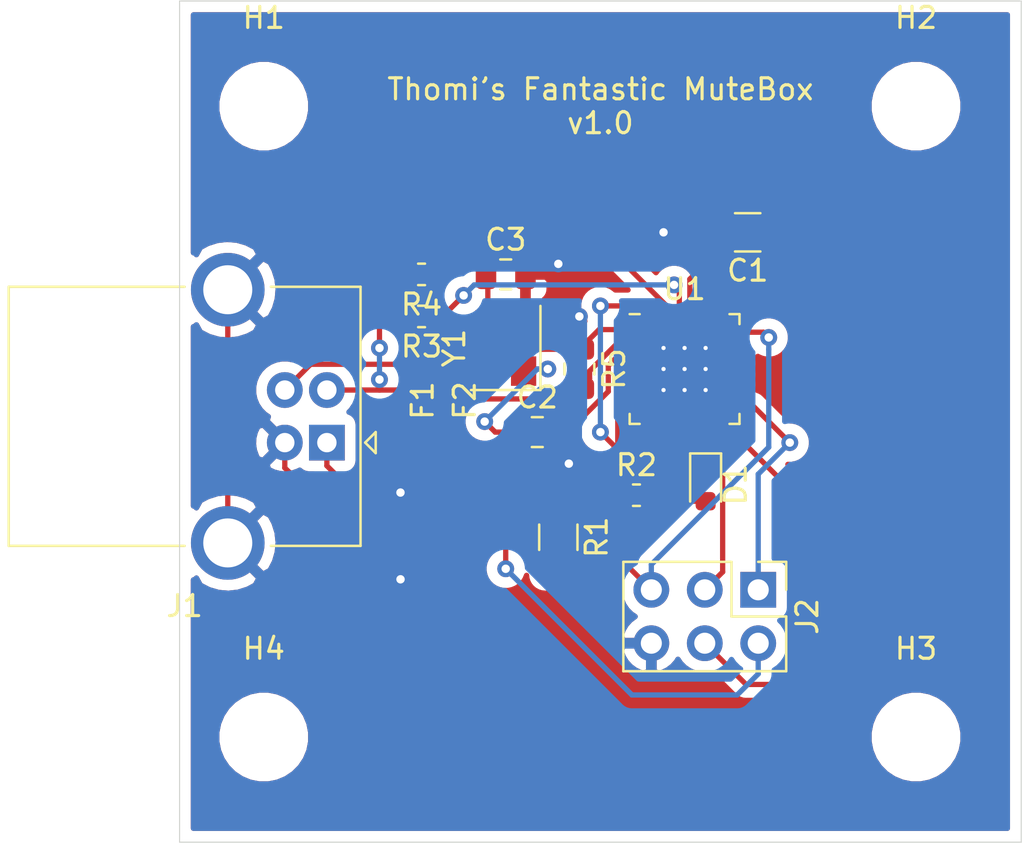
<source format=kicad_pcb>
(kicad_pcb (version 20171130) (host pcbnew "(5.1.5-0-10_14)")

  (general
    (thickness 1.6)
    (drawings 5)
    (tracks 174)
    (zones 0)
    (modules 19)
    (nets 33)
  )

  (page A4)
  (layers
    (0 F.Cu signal)
    (31 B.Cu signal)
    (32 B.Adhes user)
    (33 F.Adhes user)
    (34 B.Paste user)
    (35 F.Paste user)
    (36 B.SilkS user)
    (37 F.SilkS user)
    (38 B.Mask user)
    (39 F.Mask user)
    (40 Dwgs.User user)
    (41 Cmts.User user)
    (42 Eco1.User user)
    (43 Eco2.User user)
    (44 Edge.Cuts user)
    (45 Margin user)
    (46 B.CrtYd user)
    (47 F.CrtYd user)
    (48 B.Fab user)
    (49 F.Fab user)
  )

  (setup
    (last_trace_width 0.25)
    (trace_clearance 0.2)
    (zone_clearance 0.508)
    (zone_45_only no)
    (trace_min 0.2)
    (via_size 0.8)
    (via_drill 0.4)
    (via_min_size 0.45)
    (via_min_drill 0.3)
    (uvia_size 0.3)
    (uvia_drill 0.1)
    (uvias_allowed no)
    (uvia_min_size 0.2)
    (uvia_min_drill 0.1)
    (edge_width 0.05)
    (segment_width 0.2)
    (pcb_text_width 0.3)
    (pcb_text_size 1.5 1.5)
    (mod_edge_width 0.12)
    (mod_text_size 1 1)
    (mod_text_width 0.15)
    (pad_size 2.5 2.5)
    (pad_drill 0)
    (pad_to_mask_clearance 0.051)
    (solder_mask_min_width 0.25)
    (aux_axis_origin 0 0)
    (visible_elements FFF9EF7F)
    (pcbplotparams
      (layerselection 0x010fc_ffffffff)
      (usegerberextensions false)
      (usegerberattributes false)
      (usegerberadvancedattributes false)
      (creategerberjobfile false)
      (excludeedgelayer true)
      (linewidth 0.100000)
      (plotframeref false)
      (viasonmask false)
      (mode 1)
      (useauxorigin false)
      (hpglpennumber 1)
      (hpglpenspeed 20)
      (hpglpendiameter 15.000000)
      (psnegative false)
      (psa4output false)
      (plotreference true)
      (plotvalue true)
      (plotinvisibletext false)
      (padsonsilk false)
      (subtractmaskfromsilk false)
      (outputformat 1)
      (mirror false)
      (drillshape 0)
      (scaleselection 1)
      (outputdirectory "gerber_output/"))
  )

  (net 0 "")
  (net 1 "Net-(U1-Pad26)")
  (net 2 "Net-(U1-Pad25)")
  (net 3 "Net-(U1-Pad23)")
  (net 4 "Net-(U1-Pad22)")
  (net 5 "Net-(U1-Pad21)")
  (net 6 "Net-(U1-Pad20)")
  (net 7 "Net-(U1-Pad19)")
  (net 8 "Net-(U1-Pad18)")
  (net 9 "Net-(U1-Pad13)")
  (net 10 "Net-(U1-Pad12)")
  (net 11 "Net-(U1-Pad11)")
  (net 12 "Net-(U1-Pad10)")
  (net 13 "Net-(U1-Pad9)")
  (net 14 "Net-(U1-Pad8)")
  (net 15 "Net-(U1-Pad7)")
  (net 16 "Net-(U1-Pad6)")
  (net 17 "Net-(U1-Pad5)")
  (net 18 "Net-(C1-Pad1)")
  (net 19 "Net-(J2-Pad5)")
  (net 20 "Net-(J2-Pad4)")
  (net 21 "Net-(J2-Pad3)")
  (net 22 "Net-(J2-Pad1)")
  (net 23 GND)
  (net 24 "Net-(C2-Pad1)")
  (net 25 "Net-(C3-Pad1)")
  (net 26 "Net-(D1-Pad1)")
  (net 27 "Net-(D1-Pad2)")
  (net 28 VCC)
  (net 29 "Net-(F1-Pad1)")
  (net 30 "Net-(F2-Pad1)")
  (net 31 "Net-(R3-Pad1)")
  (net 32 "Net-(R4-Pad1)")

  (net_class Default "This is the default net class."
    (clearance 0.2)
    (trace_width 0.25)
    (via_dia 0.8)
    (via_drill 0.4)
    (uvia_dia 0.3)
    (uvia_drill 0.1)
    (add_net GND)
    (add_net "Net-(C1-Pad1)")
    (add_net "Net-(C2-Pad1)")
    (add_net "Net-(C3-Pad1)")
    (add_net "Net-(D1-Pad1)")
    (add_net "Net-(D1-Pad2)")
    (add_net "Net-(F1-Pad1)")
    (add_net "Net-(F2-Pad1)")
    (add_net "Net-(J2-Pad1)")
    (add_net "Net-(J2-Pad3)")
    (add_net "Net-(J2-Pad4)")
    (add_net "Net-(J2-Pad5)")
    (add_net "Net-(R3-Pad1)")
    (add_net "Net-(R4-Pad1)")
    (add_net "Net-(U1-Pad10)")
    (add_net "Net-(U1-Pad11)")
    (add_net "Net-(U1-Pad12)")
    (add_net "Net-(U1-Pad13)")
    (add_net "Net-(U1-Pad18)")
    (add_net "Net-(U1-Pad19)")
    (add_net "Net-(U1-Pad20)")
    (add_net "Net-(U1-Pad21)")
    (add_net "Net-(U1-Pad22)")
    (add_net "Net-(U1-Pad23)")
    (add_net "Net-(U1-Pad25)")
    (add_net "Net-(U1-Pad26)")
    (add_net "Net-(U1-Pad5)")
    (add_net "Net-(U1-Pad6)")
    (add_net "Net-(U1-Pad7)")
    (add_net "Net-(U1-Pad8)")
    (add_net "Net-(U1-Pad9)")
    (add_net VCC)
  )

  (module Resistor_SMD:R_1206_3216Metric (layer F.Cu) (tedit 5B301BBD) (tstamp 5E99025F)
    (at 383 -59.5 270)
    (descr "Resistor SMD 1206 (3216 Metric), square (rectangular) end terminal, IPC_7351 nominal, (Body size source: http://www.tortai-tech.com/upload/download/2011102023233369053.pdf), generated with kicad-footprint-generator")
    (tags resistor)
    (path /5E94DEAB)
    (attr smd)
    (fp_text reference R1 (at 0 -1.82 90) (layer F.SilkS)
      (effects (font (size 1 1) (thickness 0.15)))
    )
    (fp_text value 10k (at 0 1.82 90) (layer F.Fab)
      (effects (font (size 1 1) (thickness 0.15)))
    )
    (fp_line (start -1.6 0.8) (end -1.6 -0.8) (layer F.Fab) (width 0.1))
    (fp_line (start -1.6 -0.8) (end 1.6 -0.8) (layer F.Fab) (width 0.1))
    (fp_line (start 1.6 -0.8) (end 1.6 0.8) (layer F.Fab) (width 0.1))
    (fp_line (start 1.6 0.8) (end -1.6 0.8) (layer F.Fab) (width 0.1))
    (fp_line (start -0.602064 -0.91) (end 0.602064 -0.91) (layer F.SilkS) (width 0.12))
    (fp_line (start -0.602064 0.91) (end 0.602064 0.91) (layer F.SilkS) (width 0.12))
    (fp_line (start -2.28 1.12) (end -2.28 -1.12) (layer F.CrtYd) (width 0.05))
    (fp_line (start -2.28 -1.12) (end 2.28 -1.12) (layer F.CrtYd) (width 0.05))
    (fp_line (start 2.28 -1.12) (end 2.28 1.12) (layer F.CrtYd) (width 0.05))
    (fp_line (start 2.28 1.12) (end -2.28 1.12) (layer F.CrtYd) (width 0.05))
    (fp_text user %R (at 0 0 90) (layer F.Fab)
      (effects (font (size 0.8 0.8) (thickness 0.12)))
    )
    (pad 1 smd roundrect (at -1.4 0 270) (size 1.25 1.75) (layers F.Cu F.Paste F.Mask) (roundrect_rratio 0.2)
      (net 28 VCC))
    (pad 2 smd roundrect (at 1.4 0 270) (size 1.25 1.75) (layers F.Cu F.Paste F.Mask) (roundrect_rratio 0.2)
      (net 19 "Net-(J2-Pad5)"))
    (model ${KISYS3DMOD}/Resistor_SMD.3dshapes/R_1206_3216Metric.wrl
      (at (xyz 0 0 0))
      (scale (xyz 1 1 1))
      (rotate (xyz 0 0 0))
    )
  )

  (module MountingHole:MountingHole_3.2mm_M3 (layer F.Cu) (tedit 56D1B4CB) (tstamp 5E93F198)
    (at 369 -80)
    (descr "Mounting Hole 3.2mm, no annular, M3")
    (tags "mounting hole 3.2mm no annular m3")
    (path /5E948B49)
    (attr virtual)
    (fp_text reference H1 (at 0 -4.2) (layer F.SilkS)
      (effects (font (size 1 1) (thickness 0.15)))
    )
    (fp_text value MountingHole (at 0 4.2) (layer F.Fab)
      (effects (font (size 1 1) (thickness 0.15)))
    )
    (fp_circle (center 0 0) (end 3.45 0) (layer F.CrtYd) (width 0.05))
    (fp_circle (center 0 0) (end 3.2 0) (layer Cmts.User) (width 0.15))
    (fp_text user %R (at 0.3 0) (layer F.Fab)
      (effects (font (size 1 1) (thickness 0.15)))
    )
    (pad 1 np_thru_hole circle (at 0 0) (size 3.2 3.2) (drill 3.2) (layers *.Cu *.Mask))
  )

  (module MountingHole:MountingHole_3.2mm_M3 (layer F.Cu) (tedit 56D1B4CB) (tstamp 5E93F1A0)
    (at 400 -80)
    (descr "Mounting Hole 3.2mm, no annular, M3")
    (tags "mounting hole 3.2mm no annular m3")
    (path /5E948732)
    (attr virtual)
    (fp_text reference H2 (at 0 -4.2) (layer F.SilkS)
      (effects (font (size 1 1) (thickness 0.15)))
    )
    (fp_text value MountingHole (at 0 4.2) (layer F.Fab)
      (effects (font (size 1 1) (thickness 0.15)))
    )
    (fp_text user %R (at 0.3 0) (layer F.Fab)
      (effects (font (size 1 1) (thickness 0.15)))
    )
    (fp_circle (center 0 0) (end 3.2 0) (layer Cmts.User) (width 0.15))
    (fp_circle (center 0 0) (end 3.45 0) (layer F.CrtYd) (width 0.05))
    (pad 1 np_thru_hole circle (at 0 0) (size 3.2 3.2) (drill 3.2) (layers *.Cu *.Mask))
  )

  (module MountingHole:MountingHole_3.2mm_M3 (layer F.Cu) (tedit 56D1B4CB) (tstamp 5E93F1A8)
    (at 400 -50)
    (descr "Mounting Hole 3.2mm, no annular, M3")
    (tags "mounting hole 3.2mm no annular m3")
    (path /5E948377)
    (attr virtual)
    (fp_text reference H3 (at 0 -4.2) (layer F.SilkS)
      (effects (font (size 1 1) (thickness 0.15)))
    )
    (fp_text value MountingHole (at 0 4.2) (layer F.Fab)
      (effects (font (size 1 1) (thickness 0.15)))
    )
    (fp_circle (center 0 0) (end 3.45 0) (layer F.CrtYd) (width 0.05))
    (fp_circle (center 0 0) (end 3.2 0) (layer Cmts.User) (width 0.15))
    (fp_text user %R (at 0.3 0) (layer F.Fab)
      (effects (font (size 1 1) (thickness 0.15)))
    )
    (pad 1 np_thru_hole circle (at 0 0) (size 3.2 3.2) (drill 3.2) (layers *.Cu *.Mask))
  )

  (module MountingHole:MountingHole_3.2mm_M3 (layer F.Cu) (tedit 56D1B4CB) (tstamp 5E93F1B0)
    (at 369 -50)
    (descr "Mounting Hole 3.2mm, no annular, M3")
    (tags "mounting hole 3.2mm no annular m3")
    (path /5E947CD1)
    (attr virtual)
    (fp_text reference H4 (at 0 -4.2) (layer F.SilkS)
      (effects (font (size 1 1) (thickness 0.15)))
    )
    (fp_text value MountingHole (at 0 4.2) (layer F.Fab)
      (effects (font (size 1 1) (thickness 0.15)))
    )
    (fp_text user %R (at 0.3 0) (layer F.Fab)
      (effects (font (size 1 1) (thickness 0.15)))
    )
    (fp_circle (center 0 0) (end 3.2 0) (layer Cmts.User) (width 0.15))
    (fp_circle (center 0 0) (end 3.45 0) (layer F.CrtYd) (width 0.05))
    (pad 1 np_thru_hole circle (at 0 0) (size 3.2 3.2) (drill 3.2) (layers *.Cu *.Mask))
  )

  (module Capacitor_SMD:C_0805_2012Metric (layer F.Cu) (tedit 5B36C52B) (tstamp 5E99176F)
    (at 382 -64.5)
    (descr "Capacitor SMD 0805 (2012 Metric), square (rectangular) end terminal, IPC_7351 nominal, (Body size source: https://docs.google.com/spreadsheets/d/1BsfQQcO9C6DZCsRaXUlFlo91Tg2WpOkGARC1WS5S8t0/edit?usp=sharing), generated with kicad-footprint-generator")
    (tags capacitor)
    (path /5E957DE8)
    (attr smd)
    (fp_text reference C2 (at 0 -1.65) (layer F.SilkS)
      (effects (font (size 1 1) (thickness 0.15)))
    )
    (fp_text value 22pF (at 0 1.65) (layer F.Fab)
      (effects (font (size 1 1) (thickness 0.15)))
    )
    (fp_line (start -1 0.6) (end -1 -0.6) (layer F.Fab) (width 0.1))
    (fp_line (start -1 -0.6) (end 1 -0.6) (layer F.Fab) (width 0.1))
    (fp_line (start 1 -0.6) (end 1 0.6) (layer F.Fab) (width 0.1))
    (fp_line (start 1 0.6) (end -1 0.6) (layer F.Fab) (width 0.1))
    (fp_line (start -0.258578 -0.71) (end 0.258578 -0.71) (layer F.SilkS) (width 0.12))
    (fp_line (start -0.258578 0.71) (end 0.258578 0.71) (layer F.SilkS) (width 0.12))
    (fp_line (start -1.68 0.95) (end -1.68 -0.95) (layer F.CrtYd) (width 0.05))
    (fp_line (start -1.68 -0.95) (end 1.68 -0.95) (layer F.CrtYd) (width 0.05))
    (fp_line (start 1.68 -0.95) (end 1.68 0.95) (layer F.CrtYd) (width 0.05))
    (fp_line (start 1.68 0.95) (end -1.68 0.95) (layer F.CrtYd) (width 0.05))
    (fp_text user %R (at 0 0) (layer F.Fab)
      (effects (font (size 0.5 0.5) (thickness 0.08)))
    )
    (pad 1 smd roundrect (at -0.9375 0) (size 0.975 1.4) (layers F.Cu F.Paste F.Mask) (roundrect_rratio 0.25)
      (net 24 "Net-(C2-Pad1)"))
    (pad 2 smd roundrect (at 0.9375 0) (size 0.975 1.4) (layers F.Cu F.Paste F.Mask) (roundrect_rratio 0.25)
      (net 23 GND))
    (model ${KISYS3DMOD}/Capacitor_SMD.3dshapes/C_0805_2012Metric.wrl
      (at (xyz 0 0 0))
      (scale (xyz 1 1 1))
      (rotate (xyz 0 0 0))
    )
  )

  (module Capacitor_SMD:C_0805_2012Metric (layer F.Cu) (tedit 5B36C52B) (tstamp 5E9901CD)
    (at 380.5 -72)
    (descr "Capacitor SMD 0805 (2012 Metric), square (rectangular) end terminal, IPC_7351 nominal, (Body size source: https://docs.google.com/spreadsheets/d/1BsfQQcO9C6DZCsRaXUlFlo91Tg2WpOkGARC1WS5S8t0/edit?usp=sharing), generated with kicad-footprint-generator")
    (tags capacitor)
    (path /5E958BD6)
    (attr smd)
    (fp_text reference C3 (at 0 -1.65) (layer F.SilkS)
      (effects (font (size 1 1) (thickness 0.15)))
    )
    (fp_text value 22pF (at 0 1.65) (layer F.Fab)
      (effects (font (size 1 1) (thickness 0.15)))
    )
    (fp_text user %R (at 0 0) (layer F.Fab)
      (effects (font (size 0.5 0.5) (thickness 0.08)))
    )
    (fp_line (start 1.68 0.95) (end -1.68 0.95) (layer F.CrtYd) (width 0.05))
    (fp_line (start 1.68 -0.95) (end 1.68 0.95) (layer F.CrtYd) (width 0.05))
    (fp_line (start -1.68 -0.95) (end 1.68 -0.95) (layer F.CrtYd) (width 0.05))
    (fp_line (start -1.68 0.95) (end -1.68 -0.95) (layer F.CrtYd) (width 0.05))
    (fp_line (start -0.258578 0.71) (end 0.258578 0.71) (layer F.SilkS) (width 0.12))
    (fp_line (start -0.258578 -0.71) (end 0.258578 -0.71) (layer F.SilkS) (width 0.12))
    (fp_line (start 1 0.6) (end -1 0.6) (layer F.Fab) (width 0.1))
    (fp_line (start 1 -0.6) (end 1 0.6) (layer F.Fab) (width 0.1))
    (fp_line (start -1 -0.6) (end 1 -0.6) (layer F.Fab) (width 0.1))
    (fp_line (start -1 0.6) (end -1 -0.6) (layer F.Fab) (width 0.1))
    (pad 2 smd roundrect (at 0.9375 0) (size 0.975 1.4) (layers F.Cu F.Paste F.Mask) (roundrect_rratio 0.25)
      (net 23 GND))
    (pad 1 smd roundrect (at -0.9375 0) (size 0.975 1.4) (layers F.Cu F.Paste F.Mask) (roundrect_rratio 0.25)
      (net 25 "Net-(C3-Pad1)"))
    (model ${KISYS3DMOD}/Capacitor_SMD.3dshapes/C_0805_2012Metric.wrl
      (at (xyz 0 0 0))
      (scale (xyz 1 1 1))
      (rotate (xyz 0 0 0))
    )
  )

  (module LED_SMD:LED_0603_1608Metric (layer F.Cu) (tedit 5B301BBE) (tstamp 5E9901E0)
    (at 390 -62 270)
    (descr "LED SMD 0603 (1608 Metric), square (rectangular) end terminal, IPC_7351 nominal, (Body size source: http://www.tortai-tech.com/upload/download/2011102023233369053.pdf), generated with kicad-footprint-generator")
    (tags diode)
    (path /5E9655A0)
    (attr smd)
    (fp_text reference D1 (at 0 -1.43 90) (layer F.SilkS)
      (effects (font (size 1 1) (thickness 0.15)))
    )
    (fp_text value LED (at 0 1.43 90) (layer F.Fab)
      (effects (font (size 1 1) (thickness 0.15)))
    )
    (fp_line (start 0.8 -0.4) (end -0.5 -0.4) (layer F.Fab) (width 0.1))
    (fp_line (start -0.5 -0.4) (end -0.8 -0.1) (layer F.Fab) (width 0.1))
    (fp_line (start -0.8 -0.1) (end -0.8 0.4) (layer F.Fab) (width 0.1))
    (fp_line (start -0.8 0.4) (end 0.8 0.4) (layer F.Fab) (width 0.1))
    (fp_line (start 0.8 0.4) (end 0.8 -0.4) (layer F.Fab) (width 0.1))
    (fp_line (start 0.8 -0.735) (end -1.485 -0.735) (layer F.SilkS) (width 0.12))
    (fp_line (start -1.485 -0.735) (end -1.485 0.735) (layer F.SilkS) (width 0.12))
    (fp_line (start -1.485 0.735) (end 0.8 0.735) (layer F.SilkS) (width 0.12))
    (fp_line (start -1.48 0.73) (end -1.48 -0.73) (layer F.CrtYd) (width 0.05))
    (fp_line (start -1.48 -0.73) (end 1.48 -0.73) (layer F.CrtYd) (width 0.05))
    (fp_line (start 1.48 -0.73) (end 1.48 0.73) (layer F.CrtYd) (width 0.05))
    (fp_line (start 1.48 0.73) (end -1.48 0.73) (layer F.CrtYd) (width 0.05))
    (fp_text user %R (at 0 0 90) (layer F.Fab)
      (effects (font (size 0.4 0.4) (thickness 0.06)))
    )
    (pad 1 smd roundrect (at -0.7875 0 270) (size 0.875 0.95) (layers F.Cu F.Paste F.Mask) (roundrect_rratio 0.25)
      (net 26 "Net-(D1-Pad1)"))
    (pad 2 smd roundrect (at 0.7875 0 270) (size 0.875 0.95) (layers F.Cu F.Paste F.Mask) (roundrect_rratio 0.25)
      (net 27 "Net-(D1-Pad2)"))
    (model ${KISYS3DMOD}/LED_SMD.3dshapes/LED_0603_1608Metric.wrl
      (at (xyz 0 0 0))
      (scale (xyz 1 1 1))
      (rotate (xyz 0 0 0))
    )
  )

  (module Fuse:Fuse_0201_0603Metric (layer F.Cu) (tedit 5B301BBE) (tstamp 5E9901F1)
    (at 375.5 -66 270)
    (descr "Fuse SMD 0201 (0603 Metric), square (rectangular) end terminal, IPC_7351 nominal, (Body size source: https://www.vishay.com/docs/20052/crcw0201e3.pdf), generated with kicad-footprint-generator")
    (tags resistor)
    (path /5E9A1898)
    (attr smd)
    (fp_text reference F1 (at 0 -1.05 90) (layer F.SilkS)
      (effects (font (size 1 1) (thickness 0.15)))
    )
    (fp_text value Polyfuse (at 0 1.05 90) (layer F.Fab)
      (effects (font (size 1 1) (thickness 0.15)))
    )
    (fp_text user %R (at 0 -0.68 90) (layer F.Fab)
      (effects (font (size 0.25 0.25) (thickness 0.04)))
    )
    (fp_line (start 0.7 0.35) (end -0.7 0.35) (layer F.CrtYd) (width 0.05))
    (fp_line (start 0.7 -0.35) (end 0.7 0.35) (layer F.CrtYd) (width 0.05))
    (fp_line (start -0.7 -0.35) (end 0.7 -0.35) (layer F.CrtYd) (width 0.05))
    (fp_line (start -0.7 0.35) (end -0.7 -0.35) (layer F.CrtYd) (width 0.05))
    (fp_line (start 0.3 0.15) (end -0.3 0.15) (layer F.Fab) (width 0.1))
    (fp_line (start 0.3 -0.15) (end 0.3 0.15) (layer F.Fab) (width 0.1))
    (fp_line (start -0.3 -0.15) (end 0.3 -0.15) (layer F.Fab) (width 0.1))
    (fp_line (start -0.3 0.15) (end -0.3 -0.15) (layer F.Fab) (width 0.1))
    (pad 2 smd roundrect (at 0.32 0 270) (size 0.46 0.4) (layers F.Cu F.Mask) (roundrect_rratio 0.25)
      (net 23 GND))
    (pad 1 smd roundrect (at -0.32 0 270) (size 0.46 0.4) (layers F.Cu F.Mask) (roundrect_rratio 0.25)
      (net 29 "Net-(F1-Pad1)"))
    (pad "" smd roundrect (at 0.345 0 270) (size 0.318 0.36) (layers F.Paste) (roundrect_rratio 0.25))
    (pad "" smd roundrect (at -0.345 0 270) (size 0.318 0.36) (layers F.Paste) (roundrect_rratio 0.25))
    (model ${KISYS3DMOD}/Fuse.3dshapes/Fuse_0201_0603Metric.wrl
      (at (xyz 0 0 0))
      (scale (xyz 1 1 1))
      (rotate (xyz 0 0 0))
    )
  )

  (module Fuse:Fuse_0201_0603Metric (layer F.Cu) (tedit 5B301BBE) (tstamp 5E990202)
    (at 377.5 -66 270)
    (descr "Fuse SMD 0201 (0603 Metric), square (rectangular) end terminal, IPC_7351 nominal, (Body size source: https://www.vishay.com/docs/20052/crcw0201e3.pdf), generated with kicad-footprint-generator")
    (tags resistor)
    (path /5E99F4D7)
    (attr smd)
    (fp_text reference F2 (at 0 -1.05 90) (layer F.SilkS)
      (effects (font (size 1 1) (thickness 0.15)))
    )
    (fp_text value Polyfuse (at 0 1.05 90) (layer F.Fab)
      (effects (font (size 1 1) (thickness 0.15)))
    )
    (fp_line (start -0.3 0.15) (end -0.3 -0.15) (layer F.Fab) (width 0.1))
    (fp_line (start -0.3 -0.15) (end 0.3 -0.15) (layer F.Fab) (width 0.1))
    (fp_line (start 0.3 -0.15) (end 0.3 0.15) (layer F.Fab) (width 0.1))
    (fp_line (start 0.3 0.15) (end -0.3 0.15) (layer F.Fab) (width 0.1))
    (fp_line (start -0.7 0.35) (end -0.7 -0.35) (layer F.CrtYd) (width 0.05))
    (fp_line (start -0.7 -0.35) (end 0.7 -0.35) (layer F.CrtYd) (width 0.05))
    (fp_line (start 0.7 -0.35) (end 0.7 0.35) (layer F.CrtYd) (width 0.05))
    (fp_line (start 0.7 0.35) (end -0.7 0.35) (layer F.CrtYd) (width 0.05))
    (fp_text user %R (at 0 -0.68 90) (layer F.Fab)
      (effects (font (size 0.25 0.25) (thickness 0.04)))
    )
    (pad "" smd roundrect (at -0.345 0 270) (size 0.318 0.36) (layers F.Paste) (roundrect_rratio 0.25))
    (pad "" smd roundrect (at 0.345 0 270) (size 0.318 0.36) (layers F.Paste) (roundrect_rratio 0.25))
    (pad 1 smd roundrect (at -0.32 0 270) (size 0.46 0.4) (layers F.Cu F.Mask) (roundrect_rratio 0.25)
      (net 30 "Net-(F2-Pad1)"))
    (pad 2 smd roundrect (at 0.32 0 270) (size 0.46 0.4) (layers F.Cu F.Mask) (roundrect_rratio 0.25)
      (net 23 GND))
    (model ${KISYS3DMOD}/Fuse.3dshapes/Fuse_0201_0603Metric.wrl
      (at (xyz 0 0 0))
      (scale (xyz 1 1 1))
      (rotate (xyz 0 0 0))
    )
  )

  (module Connector_USB:USB_B_OST_USB-B1HSxx_Horizontal (layer F.Cu) (tedit 5AFE01FF) (tstamp 5E990232)
    (at 372 -64 180)
    (descr "USB B receptacle, Horizontal, through-hole, http://www.on-shore.com/wp-content/uploads/2015/09/usb-b1hsxx.pdf")
    (tags "USB-B receptacle horizontal through-hole")
    (path /5E908AFA)
    (fp_text reference J1 (at 6.76 -7.77) (layer F.SilkS)
      (effects (font (size 1 1) (thickness 0.15)))
    )
    (fp_text value USB_B (at 6.76 10.27) (layer F.Fab)
      (effects (font (size 1 1) (thickness 0.15)))
    )
    (fp_line (start -0.49 -4.8) (end 15.01 -4.8) (layer F.Fab) (width 0.1))
    (fp_line (start 15.01 -4.8) (end 15.01 7.3) (layer F.Fab) (width 0.1))
    (fp_line (start 15.01 7.3) (end -1.49 7.3) (layer F.Fab) (width 0.1))
    (fp_line (start -1.49 7.3) (end -1.49 -3.8) (layer F.Fab) (width 0.1))
    (fp_line (start -1.49 -3.8) (end -0.49 -4.8) (layer F.Fab) (width 0.1))
    (fp_line (start 2.66 -4.91) (end -1.6 -4.91) (layer F.SilkS) (width 0.12))
    (fp_line (start -1.6 -4.91) (end -1.6 7.41) (layer F.SilkS) (width 0.12))
    (fp_line (start -1.6 7.41) (end 2.66 7.41) (layer F.SilkS) (width 0.12))
    (fp_line (start 6.76 -4.91) (end 15.12 -4.91) (layer F.SilkS) (width 0.12))
    (fp_line (start 15.12 -4.91) (end 15.12 7.41) (layer F.SilkS) (width 0.12))
    (fp_line (start 15.12 7.41) (end 6.76 7.41) (layer F.SilkS) (width 0.12))
    (fp_line (start -1.82 0) (end -2.32 -0.5) (layer F.SilkS) (width 0.12))
    (fp_line (start -2.32 -0.5) (end -2.32 0.5) (layer F.SilkS) (width 0.12))
    (fp_line (start -2.32 0.5) (end -1.82 0) (layer F.SilkS) (width 0.12))
    (fp_line (start -1.99 -7.02) (end -1.99 9.52) (layer F.CrtYd) (width 0.05))
    (fp_line (start -1.99 9.52) (end 15.51 9.52) (layer F.CrtYd) (width 0.05))
    (fp_line (start 15.51 9.52) (end 15.51 -7.02) (layer F.CrtYd) (width 0.05))
    (fp_line (start 15.51 -7.02) (end -1.99 -7.02) (layer F.CrtYd) (width 0.05))
    (fp_text user %R (at 6.76 1.25) (layer F.Fab)
      (effects (font (size 1 1) (thickness 0.15)))
    )
    (pad 1 thru_hole rect (at 0 0 180) (size 1.7 1.7) (drill 0.92) (layers *.Cu *.Mask)
      (net 28 VCC))
    (pad 2 thru_hole circle (at 0 2.5 180) (size 1.7 1.7) (drill 0.92) (layers *.Cu *.Mask)
      (net 29 "Net-(F1-Pad1)"))
    (pad 3 thru_hole circle (at 2 2.5 180) (size 1.7 1.7) (drill 0.92) (layers *.Cu *.Mask)
      (net 30 "Net-(F2-Pad1)"))
    (pad 4 thru_hole circle (at 2 0 180) (size 1.7 1.7) (drill 0.92) (layers *.Cu *.Mask)
      (net 23 GND))
    (pad 5 thru_hole circle (at 4.71 -4.77 180) (size 3.5 3.5) (drill 2.33) (layers *.Cu *.Mask)
      (net 23 GND))
    (pad 5 thru_hole circle (at 4.71 7.27 180) (size 3.5 3.5) (drill 2.33) (layers *.Cu *.Mask)
      (net 23 GND))
    (model ${KISYS3DMOD}/Connector_USB.3dshapes/USB_B_OST_USB-B1HSxx_Horizontal.wrl
      (at (xyz 0 0 0))
      (scale (xyz 1 1 1))
      (rotate (xyz 0 0 0))
    )
  )

  (module Connector_PinHeader_2.54mm:PinHeader_2x03_P2.54mm_Vertical (layer F.Cu) (tedit 59FED5CC) (tstamp 5E99024E)
    (at 392.5 -57 270)
    (descr "Through hole straight pin header, 2x03, 2.54mm pitch, double rows")
    (tags "Through hole pin header THT 2x03 2.54mm double row")
    (path /5E90B34F)
    (fp_text reference J2 (at 1.27 -2.33 90) (layer F.SilkS)
      (effects (font (size 1 1) (thickness 0.15)))
    )
    (fp_text value AVR-ISP-6 (at 1.27 7.41 90) (layer F.Fab)
      (effects (font (size 1 1) (thickness 0.15)))
    )
    (fp_line (start 0 -1.27) (end 3.81 -1.27) (layer F.Fab) (width 0.1))
    (fp_line (start 3.81 -1.27) (end 3.81 6.35) (layer F.Fab) (width 0.1))
    (fp_line (start 3.81 6.35) (end -1.27 6.35) (layer F.Fab) (width 0.1))
    (fp_line (start -1.27 6.35) (end -1.27 0) (layer F.Fab) (width 0.1))
    (fp_line (start -1.27 0) (end 0 -1.27) (layer F.Fab) (width 0.1))
    (fp_line (start -1.33 6.41) (end 3.87 6.41) (layer F.SilkS) (width 0.12))
    (fp_line (start -1.33 1.27) (end -1.33 6.41) (layer F.SilkS) (width 0.12))
    (fp_line (start 3.87 -1.33) (end 3.87 6.41) (layer F.SilkS) (width 0.12))
    (fp_line (start -1.33 1.27) (end 1.27 1.27) (layer F.SilkS) (width 0.12))
    (fp_line (start 1.27 1.27) (end 1.27 -1.33) (layer F.SilkS) (width 0.12))
    (fp_line (start 1.27 -1.33) (end 3.87 -1.33) (layer F.SilkS) (width 0.12))
    (fp_line (start -1.33 0) (end -1.33 -1.33) (layer F.SilkS) (width 0.12))
    (fp_line (start -1.33 -1.33) (end 0 -1.33) (layer F.SilkS) (width 0.12))
    (fp_line (start -1.8 -1.8) (end -1.8 6.85) (layer F.CrtYd) (width 0.05))
    (fp_line (start -1.8 6.85) (end 4.35 6.85) (layer F.CrtYd) (width 0.05))
    (fp_line (start 4.35 6.85) (end 4.35 -1.8) (layer F.CrtYd) (width 0.05))
    (fp_line (start 4.35 -1.8) (end -1.8 -1.8) (layer F.CrtYd) (width 0.05))
    (fp_text user %R (at 1.27 2.54) (layer F.Fab)
      (effects (font (size 1 1) (thickness 0.15)))
    )
    (pad 1 thru_hole rect (at 0 0 270) (size 1.7 1.7) (drill 1) (layers *.Cu *.Mask)
      (net 22 "Net-(J2-Pad1)"))
    (pad 2 thru_hole oval (at 2.54 0 270) (size 1.7 1.7) (drill 1) (layers *.Cu *.Mask)
      (net 28 VCC))
    (pad 3 thru_hole oval (at 0 2.54 270) (size 1.7 1.7) (drill 1) (layers *.Cu *.Mask)
      (net 21 "Net-(J2-Pad3)"))
    (pad 4 thru_hole oval (at 2.54 2.54 270) (size 1.7 1.7) (drill 1) (layers *.Cu *.Mask)
      (net 20 "Net-(J2-Pad4)"))
    (pad 5 thru_hole oval (at 0 5.08 270) (size 1.7 1.7) (drill 1) (layers *.Cu *.Mask)
      (net 19 "Net-(J2-Pad5)"))
    (pad 6 thru_hole oval (at 2.54 5.08 270) (size 1.7 1.7) (drill 1) (layers *.Cu *.Mask)
      (net 23 GND))
    (model ${KISYS3DMOD}/Connector_PinHeader_2.54mm.3dshapes/PinHeader_2x03_P2.54mm_Vertical.wrl
      (at (xyz 0 0 0))
      (scale (xyz 1 1 1))
      (rotate (xyz 0 0 0))
    )
  )

  (module Resistor_SMD:R_0603_1608Metric (layer F.Cu) (tedit 5B301BBD) (tstamp 5E990270)
    (at 386.7125 -61.5)
    (descr "Resistor SMD 0603 (1608 Metric), square (rectangular) end terminal, IPC_7351 nominal, (Body size source: http://www.tortai-tech.com/upload/download/2011102023233369053.pdf), generated with kicad-footprint-generator")
    (tags resistor)
    (path /5E96688D)
    (attr smd)
    (fp_text reference R2 (at 0 -1.43) (layer F.SilkS)
      (effects (font (size 1 1) (thickness 0.15)))
    )
    (fp_text value 1k (at 0 1.43) (layer F.Fab)
      (effects (font (size 1 1) (thickness 0.15)))
    )
    (fp_line (start -0.8 0.4) (end -0.8 -0.4) (layer F.Fab) (width 0.1))
    (fp_line (start -0.8 -0.4) (end 0.8 -0.4) (layer F.Fab) (width 0.1))
    (fp_line (start 0.8 -0.4) (end 0.8 0.4) (layer F.Fab) (width 0.1))
    (fp_line (start 0.8 0.4) (end -0.8 0.4) (layer F.Fab) (width 0.1))
    (fp_line (start -0.162779 -0.51) (end 0.162779 -0.51) (layer F.SilkS) (width 0.12))
    (fp_line (start -0.162779 0.51) (end 0.162779 0.51) (layer F.SilkS) (width 0.12))
    (fp_line (start -1.48 0.73) (end -1.48 -0.73) (layer F.CrtYd) (width 0.05))
    (fp_line (start -1.48 -0.73) (end 1.48 -0.73) (layer F.CrtYd) (width 0.05))
    (fp_line (start 1.48 -0.73) (end 1.48 0.73) (layer F.CrtYd) (width 0.05))
    (fp_line (start 1.48 0.73) (end -1.48 0.73) (layer F.CrtYd) (width 0.05))
    (fp_text user %R (at 0 0) (layer F.Fab)
      (effects (font (size 0.4 0.4) (thickness 0.06)))
    )
    (pad 1 smd roundrect (at -0.7875 0) (size 0.875 0.95) (layers F.Cu F.Paste F.Mask) (roundrect_rratio 0.25)
      (net 28 VCC))
    (pad 2 smd roundrect (at 0.7875 0) (size 0.875 0.95) (layers F.Cu F.Paste F.Mask) (roundrect_rratio 0.25)
      (net 27 "Net-(D1-Pad2)"))
    (model ${KISYS3DMOD}/Resistor_SMD.3dshapes/R_0603_1608Metric.wrl
      (at (xyz 0 0 0))
      (scale (xyz 1 1 1))
      (rotate (xyz 0 0 0))
    )
  )

  (module Resistor_SMD:R_0603_1608Metric (layer F.Cu) (tedit 5B301BBD) (tstamp 5E990281)
    (at 376.5 -70 180)
    (descr "Resistor SMD 0603 (1608 Metric), square (rectangular) end terminal, IPC_7351 nominal, (Body size source: http://www.tortai-tech.com/upload/download/2011102023233369053.pdf), generated with kicad-footprint-generator")
    (tags resistor)
    (path /5E9A1F63)
    (attr smd)
    (fp_text reference R3 (at 0 -1.43) (layer F.SilkS)
      (effects (font (size 1 1) (thickness 0.15)))
    )
    (fp_text value 22R (at 0 1.43) (layer F.Fab)
      (effects (font (size 1 1) (thickness 0.15)))
    )
    (fp_text user %R (at 0 0) (layer F.Fab)
      (effects (font (size 0.4 0.4) (thickness 0.06)))
    )
    (fp_line (start 1.48 0.73) (end -1.48 0.73) (layer F.CrtYd) (width 0.05))
    (fp_line (start 1.48 -0.73) (end 1.48 0.73) (layer F.CrtYd) (width 0.05))
    (fp_line (start -1.48 -0.73) (end 1.48 -0.73) (layer F.CrtYd) (width 0.05))
    (fp_line (start -1.48 0.73) (end -1.48 -0.73) (layer F.CrtYd) (width 0.05))
    (fp_line (start -0.162779 0.51) (end 0.162779 0.51) (layer F.SilkS) (width 0.12))
    (fp_line (start -0.162779 -0.51) (end 0.162779 -0.51) (layer F.SilkS) (width 0.12))
    (fp_line (start 0.8 0.4) (end -0.8 0.4) (layer F.Fab) (width 0.1))
    (fp_line (start 0.8 -0.4) (end 0.8 0.4) (layer F.Fab) (width 0.1))
    (fp_line (start -0.8 -0.4) (end 0.8 -0.4) (layer F.Fab) (width 0.1))
    (fp_line (start -0.8 0.4) (end -0.8 -0.4) (layer F.Fab) (width 0.1))
    (pad 2 smd roundrect (at 0.7875 0 180) (size 0.875 0.95) (layers F.Cu F.Paste F.Mask) (roundrect_rratio 0.25)
      (net 30 "Net-(F2-Pad1)"))
    (pad 1 smd roundrect (at -0.7875 0 180) (size 0.875 0.95) (layers F.Cu F.Paste F.Mask) (roundrect_rratio 0.25)
      (net 31 "Net-(R3-Pad1)"))
    (model ${KISYS3DMOD}/Resistor_SMD.3dshapes/R_0603_1608Metric.wrl
      (at (xyz 0 0 0))
      (scale (xyz 1 1 1))
      (rotate (xyz 0 0 0))
    )
  )

  (module Resistor_SMD:R_0603_1608Metric (layer F.Cu) (tedit 5B301BBD) (tstamp 5E990292)
    (at 376.5 -72 180)
    (descr "Resistor SMD 0603 (1608 Metric), square (rectangular) end terminal, IPC_7351 nominal, (Body size source: http://www.tortai-tech.com/upload/download/2011102023233369053.pdf), generated with kicad-footprint-generator")
    (tags resistor)
    (path /5E9A2B67)
    (attr smd)
    (fp_text reference R4 (at 0 -1.43) (layer F.SilkS)
      (effects (font (size 1 1) (thickness 0.15)))
    )
    (fp_text value 22R (at 0 1.43) (layer F.Fab)
      (effects (font (size 1 1) (thickness 0.15)))
    )
    (fp_line (start -0.8 0.4) (end -0.8 -0.4) (layer F.Fab) (width 0.1))
    (fp_line (start -0.8 -0.4) (end 0.8 -0.4) (layer F.Fab) (width 0.1))
    (fp_line (start 0.8 -0.4) (end 0.8 0.4) (layer F.Fab) (width 0.1))
    (fp_line (start 0.8 0.4) (end -0.8 0.4) (layer F.Fab) (width 0.1))
    (fp_line (start -0.162779 -0.51) (end 0.162779 -0.51) (layer F.SilkS) (width 0.12))
    (fp_line (start -0.162779 0.51) (end 0.162779 0.51) (layer F.SilkS) (width 0.12))
    (fp_line (start -1.48 0.73) (end -1.48 -0.73) (layer F.CrtYd) (width 0.05))
    (fp_line (start -1.48 -0.73) (end 1.48 -0.73) (layer F.CrtYd) (width 0.05))
    (fp_line (start 1.48 -0.73) (end 1.48 0.73) (layer F.CrtYd) (width 0.05))
    (fp_line (start 1.48 0.73) (end -1.48 0.73) (layer F.CrtYd) (width 0.05))
    (fp_text user %R (at 0 0) (layer F.Fab)
      (effects (font (size 0.4 0.4) (thickness 0.06)))
    )
    (pad 1 smd roundrect (at -0.7875 0 180) (size 0.875 0.95) (layers F.Cu F.Paste F.Mask) (roundrect_rratio 0.25)
      (net 32 "Net-(R4-Pad1)"))
    (pad 2 smd roundrect (at 0.7875 0 180) (size 0.875 0.95) (layers F.Cu F.Paste F.Mask) (roundrect_rratio 0.25)
      (net 29 "Net-(F1-Pad1)"))
    (model ${KISYS3DMOD}/Resistor_SMD.3dshapes/R_0603_1608Metric.wrl
      (at (xyz 0 0 0))
      (scale (xyz 1 1 1))
      (rotate (xyz 0 0 0))
    )
  )

  (module Resistor_SMD:R_0805_2012Metric (layer F.Cu) (tedit 5B36C52B) (tstamp 5E9902A3)
    (at 384 -67.5 270)
    (descr "Resistor SMD 0805 (2012 Metric), square (rectangular) end terminal, IPC_7351 nominal, (Body size source: https://docs.google.com/spreadsheets/d/1BsfQQcO9C6DZCsRaXUlFlo91Tg2WpOkGARC1WS5S8t0/edit?usp=sharing), generated with kicad-footprint-generator")
    (tags resistor)
    (path /5E995121)
    (attr smd)
    (fp_text reference R5 (at 0 -1.65 90) (layer F.SilkS)
      (effects (font (size 1 1) (thickness 0.15)))
    )
    (fp_text value 1M (at 0 1.65 90) (layer F.Fab)
      (effects (font (size 1 1) (thickness 0.15)))
    )
    (fp_line (start -1 0.6) (end -1 -0.6) (layer F.Fab) (width 0.1))
    (fp_line (start -1 -0.6) (end 1 -0.6) (layer F.Fab) (width 0.1))
    (fp_line (start 1 -0.6) (end 1 0.6) (layer F.Fab) (width 0.1))
    (fp_line (start 1 0.6) (end -1 0.6) (layer F.Fab) (width 0.1))
    (fp_line (start -0.258578 -0.71) (end 0.258578 -0.71) (layer F.SilkS) (width 0.12))
    (fp_line (start -0.258578 0.71) (end 0.258578 0.71) (layer F.SilkS) (width 0.12))
    (fp_line (start -1.68 0.95) (end -1.68 -0.95) (layer F.CrtYd) (width 0.05))
    (fp_line (start -1.68 -0.95) (end 1.68 -0.95) (layer F.CrtYd) (width 0.05))
    (fp_line (start 1.68 -0.95) (end 1.68 0.95) (layer F.CrtYd) (width 0.05))
    (fp_line (start 1.68 0.95) (end -1.68 0.95) (layer F.CrtYd) (width 0.05))
    (fp_text user %R (at 0 0 90) (layer F.Fab)
      (effects (font (size 0.5 0.5) (thickness 0.08)))
    )
    (pad 1 smd roundrect (at -0.9375 0 270) (size 0.975 1.4) (layers F.Cu F.Paste F.Mask) (roundrect_rratio 0.25)
      (net 24 "Net-(C2-Pad1)"))
    (pad 2 smd roundrect (at 0.9375 0 270) (size 0.975 1.4) (layers F.Cu F.Paste F.Mask) (roundrect_rratio 0.25)
      (net 25 "Net-(C3-Pad1)"))
    (model ${KISYS3DMOD}/Resistor_SMD.3dshapes/R_0805_2012Metric.wrl
      (at (xyz 0 0 0))
      (scale (xyz 1 1 1))
      (rotate (xyz 0 0 0))
    )
  )

  (module Crystal:Crystal_SMD_3225-4Pin_3.2x2.5mm (layer F.Cu) (tedit 5A0FD1B2) (tstamp 5E991465)
    (at 380.5 -68.5 90)
    (descr "SMD Crystal SERIES SMD3225/4 http://www.txccrystal.com/images/pdf/7m-accuracy.pdf, 3.2x2.5mm^2 package")
    (tags "SMD SMT crystal")
    (path /5E9D0EC2)
    (attr smd)
    (fp_text reference Y1 (at 0 -2.45 90) (layer F.SilkS)
      (effects (font (size 1 1) (thickness 0.15)))
    )
    (fp_text value 16Mhz (at 0 2.45 90) (layer F.Fab)
      (effects (font (size 1 1) (thickness 0.15)))
    )
    (fp_text user %R (at 0 0 90) (layer F.Fab)
      (effects (font (size 0.7 0.7) (thickness 0.105)))
    )
    (fp_line (start -1.6 -1.25) (end -1.6 1.25) (layer F.Fab) (width 0.1))
    (fp_line (start -1.6 1.25) (end 1.6 1.25) (layer F.Fab) (width 0.1))
    (fp_line (start 1.6 1.25) (end 1.6 -1.25) (layer F.Fab) (width 0.1))
    (fp_line (start 1.6 -1.25) (end -1.6 -1.25) (layer F.Fab) (width 0.1))
    (fp_line (start -1.6 0.25) (end -0.6 1.25) (layer F.Fab) (width 0.1))
    (fp_line (start -2 -1.65) (end -2 1.65) (layer F.SilkS) (width 0.12))
    (fp_line (start -2 1.65) (end 2 1.65) (layer F.SilkS) (width 0.12))
    (fp_line (start -2.1 -1.7) (end -2.1 1.7) (layer F.CrtYd) (width 0.05))
    (fp_line (start -2.1 1.7) (end 2.1 1.7) (layer F.CrtYd) (width 0.05))
    (fp_line (start 2.1 1.7) (end 2.1 -1.7) (layer F.CrtYd) (width 0.05))
    (fp_line (start 2.1 -1.7) (end -2.1 -1.7) (layer F.CrtYd) (width 0.05))
    (pad 1 smd rect (at -1.1 0.85 90) (size 1.4 1.2) (layers F.Cu F.Paste F.Mask)
      (net 24 "Net-(C2-Pad1)"))
    (pad 2 smd rect (at 1.1 0.85 90) (size 1.4 1.2) (layers F.Cu F.Paste F.Mask)
      (net 23 GND))
    (pad 3 smd rect (at 1.1 -0.85 90) (size 1.4 1.2) (layers F.Cu F.Paste F.Mask)
      (net 25 "Net-(C3-Pad1)"))
    (pad 4 smd rect (at -1.1 -0.85 90) (size 1.4 1.2) (layers F.Cu F.Paste F.Mask)
      (net 23 GND))
    (model ${KISYS3DMOD}/Crystal.3dshapes/Crystal_SMD_3225-4Pin_3.2x2.5mm.wrl
      (at (xyz 0 0 0))
      (scale (xyz 1 1 1))
      (rotate (xyz 0 0 0))
    )
  )

  (module Package_DFN_QFN:QFN-32-1EP_5x5mm_P0.5mm_EP3.6x3.6mm_ThermalVias (layer F.Cu) (tedit 5E993584) (tstamp 5E9935FC)
    (at 389 -67.5)
    (descr "QFN, 32 Pin (http://infocenter.nordicsemi.com/pdf/nRF52810_PS_v1.1.pdf (Page 468)), generated with kicad-footprint-generator ipc_dfn_qfn_generator.py")
    (tags "QFN DFN_QFN")
    (path /5E9095A1)
    (attr smd)
    (fp_text reference U1 (at 0 -3.8) (layer F.SilkS)
      (effects (font (size 1 1) (thickness 0.15)))
    )
    (fp_text value ATmega16U2-AU (at 0 3.8) (layer F.Fab)
      (effects (font (size 1 1) (thickness 0.15)))
    )
    (fp_line (start 2.135 -2.61) (end 2.61 -2.61) (layer F.SilkS) (width 0.12))
    (fp_line (start 2.61 -2.61) (end 2.61 -2.135) (layer F.SilkS) (width 0.12))
    (fp_line (start -2.135 2.61) (end -2.61 2.61) (layer F.SilkS) (width 0.12))
    (fp_line (start -2.61 2.61) (end -2.61 2.135) (layer F.SilkS) (width 0.12))
    (fp_line (start 2.135 2.61) (end 2.61 2.61) (layer F.SilkS) (width 0.12))
    (fp_line (start 2.61 2.61) (end 2.61 2.135) (layer F.SilkS) (width 0.12))
    (fp_line (start -2.135 -2.61) (end -2.61 -2.61) (layer F.SilkS) (width 0.12))
    (fp_line (start -1.5 -2.5) (end 2.5 -2.5) (layer F.Fab) (width 0.1))
    (fp_line (start 2.5 -2.5) (end 2.5 2.5) (layer F.Fab) (width 0.1))
    (fp_line (start 2.5 2.5) (end -2.5 2.5) (layer F.Fab) (width 0.1))
    (fp_line (start -2.5 2.5) (end -2.5 -1.5) (layer F.Fab) (width 0.1))
    (fp_line (start -2.5 -1.5) (end -1.5 -2.5) (layer F.Fab) (width 0.1))
    (fp_line (start -3.1 -3.1) (end -3.1 3.1) (layer F.CrtYd) (width 0.05))
    (fp_line (start -3.1 3.1) (end 3.1 3.1) (layer F.CrtYd) (width 0.05))
    (fp_line (start 3.1 3.1) (end 3.1 -3.1) (layer F.CrtYd) (width 0.05))
    (fp_line (start 3.1 -3.1) (end -3.1 -3.1) (layer F.CrtYd) (width 0.05))
    (fp_text user %R (at 0 0) (layer F.Fab)
      (effects (font (size 1 1) (thickness 0.15)))
    )
    (pad 33 smd roundrect (at 0 0) (size 3.6 3.6) (layers F.Cu F.Mask) (roundrect_rratio 0.06900000000000001))
    (pad 33 thru_hole circle (at -1 -1) (size 0.5 0.5) (drill 0.2) (layers *.Cu))
    (pad 33 thru_hole circle (at 0 -1) (size 0.5 0.5) (drill 0.2) (layers *.Cu))
    (pad 33 thru_hole circle (at 1 -1) (size 0.5 0.5) (drill 0.2) (layers *.Cu))
    (pad 33 thru_hole circle (at -1 0) (size 0.5 0.5) (drill 0.2) (layers *.Cu))
    (pad 33 thru_hole circle (at 0 0) (size 0.5 0.5) (drill 0.2) (layers *.Cu))
    (pad 33 thru_hole circle (at 1 0) (size 0.5 0.5) (drill 0.2) (layers *.Cu))
    (pad 33 thru_hole circle (at -1 1) (size 0.5 0.5) (drill 0.2) (layers *.Cu))
    (pad 33 thru_hole circle (at 0 1) (size 0.5 0.5) (drill 0.2) (layers *.Cu))
    (pad 33 thru_hole circle (at 1 1) (size 0.5 0.5) (drill 0.2) (layers *.Cu))
    (pad 33 smd roundrect (at 0 0) (size 2.5 2.5) (layers B.Cu) (roundrect_rratio 0.1))
    (pad "" smd roundrect (at -0.5 -0.5) (size 0.806226 0.806226) (layers F.Paste) (roundrect_rratio 0.25))
    (pad "" smd roundrect (at -0.5 0.5) (size 0.806226 0.806226) (layers F.Paste) (roundrect_rratio 0.25))
    (pad "" smd roundrect (at 0.5 -0.5) (size 0.806226 0.806226) (layers F.Paste) (roundrect_rratio 0.25))
    (pad "" smd roundrect (at 0.5 0.5) (size 0.806226 0.806226) (layers F.Paste) (roundrect_rratio 0.25))
    (pad "" smd custom (at -1.4 -0.5) (size 0.568298 0.568298) (layers F.Paste)
      (options (clearance outline) (anchor circle))
      (primitives
        (gr_poly (pts
           (xy -0.32249 -0.403113) (xy 0.214044 -0.403113) (xy 0.32249 -0.294667) (xy 0.32249 0.294667) (xy 0.214044 0.403113)
           (xy -0.32249 0.403113)) (width 0))
      ))
    (pad "" smd custom (at -1.4 0.5) (size 0.568298 0.568298) (layers F.Paste)
      (options (clearance outline) (anchor circle))
      (primitives
        (gr_poly (pts
           (xy -0.32249 -0.403113) (xy 0.214044 -0.403113) (xy 0.32249 -0.294667) (xy 0.32249 0.294667) (xy 0.214044 0.403113)
           (xy -0.32249 0.403113)) (width 0))
      ))
    (pad "" smd custom (at 1.4 -0.5) (size 0.568298 0.568298) (layers F.Paste)
      (options (clearance outline) (anchor circle))
      (primitives
        (gr_poly (pts
           (xy -0.32249 -0.294667) (xy -0.214044 -0.403113) (xy 0.32249 -0.403113) (xy 0.32249 0.403113) (xy -0.214044 0.403113)
           (xy -0.32249 0.294667)) (width 0))
      ))
    (pad "" smd custom (at 1.4 0.5) (size 0.568298 0.568298) (layers F.Paste)
      (options (clearance outline) (anchor circle))
      (primitives
        (gr_poly (pts
           (xy -0.32249 -0.294667) (xy -0.214044 -0.403113) (xy 0.32249 -0.403113) (xy 0.32249 0.403113) (xy -0.214044 0.403113)
           (xy -0.32249 0.294667)) (width 0))
      ))
    (pad "" smd custom (at -0.5 -1.4) (size 0.568298 0.568298) (layers F.Paste)
      (options (clearance outline) (anchor circle))
      (primitives
        (gr_poly (pts
           (xy -0.403113 -0.32249) (xy 0.403113 -0.32249) (xy 0.403113 0.214044) (xy 0.294667 0.32249) (xy -0.294667 0.32249)
           (xy -0.403113 0.214044)) (width 0))
      ))
    (pad "" smd custom (at 0.5 -1.4) (size 0.568298 0.568298) (layers F.Paste)
      (options (clearance outline) (anchor circle))
      (primitives
        (gr_poly (pts
           (xy -0.403113 -0.32249) (xy 0.403113 -0.32249) (xy 0.403113 0.214044) (xy 0.294667 0.32249) (xy -0.294667 0.32249)
           (xy -0.403113 0.214044)) (width 0))
      ))
    (pad "" smd custom (at -0.5 1.4) (size 0.568298 0.568298) (layers F.Paste)
      (options (clearance outline) (anchor circle))
      (primitives
        (gr_poly (pts
           (xy -0.403113 -0.214044) (xy -0.294667 -0.32249) (xy 0.294667 -0.32249) (xy 0.403113 -0.214044) (xy 0.403113 0.32249)
           (xy -0.403113 0.32249)) (width 0))
      ))
    (pad "" smd custom (at 0.5 1.4) (size 0.568298 0.568298) (layers F.Paste)
      (options (clearance outline) (anchor circle))
      (primitives
        (gr_poly (pts
           (xy -0.403113 -0.214044) (xy -0.294667 -0.32249) (xy 0.294667 -0.32249) (xy 0.403113 -0.214044) (xy 0.403113 0.32249)
           (xy -0.403113 0.32249)) (width 0))
      ))
    (pad "" smd custom (at -1.4 -1.4) (size 0.554596 0.554596) (layers F.Paste)
      (options (clearance outline) (anchor circle))
      (primitives
        (gr_poly (pts
           (xy -0.32249 -0.32249) (xy 0.32249 -0.32249) (xy 0.32249 0.194667) (xy 0.194667 0.32249) (xy -0.32249 0.32249)
) (width 0))
      ))
    (pad "" smd custom (at -1.4 1.4) (size 0.554596 0.554596) (layers F.Paste)
      (options (clearance outline) (anchor circle))
      (primitives
        (gr_poly (pts
           (xy -0.32249 -0.32249) (xy 0.194667 -0.32249) (xy 0.32249 -0.194667) (xy 0.32249 0.32249) (xy -0.32249 0.32249)
) (width 0))
      ))
    (pad "" smd custom (at 1.4 -1.4) (size 0.554596 0.554596) (layers F.Paste)
      (options (clearance outline) (anchor circle))
      (primitives
        (gr_poly (pts
           (xy -0.32249 -0.32249) (xy 0.32249 -0.32249) (xy 0.32249 0.32249) (xy -0.194667 0.32249) (xy -0.32249 0.194667)
) (width 0))
      ))
    (pad "" smd custom (at 1.4 1.4) (size 0.554596 0.554596) (layers F.Paste)
      (options (clearance outline) (anchor circle))
      (primitives
        (gr_poly (pts
           (xy -0.32249 -0.194667) (xy -0.194667 -0.32249) (xy 0.32249 -0.32249) (xy 0.32249 0.32249) (xy -0.32249 0.32249)
) (width 0))
      ))
    (pad 1 smd roundrect (at -2.45 -1.75) (size 0.8 0.25) (layers F.Cu F.Paste F.Mask) (roundrect_rratio 0.25)
      (net 24 "Net-(C2-Pad1)"))
    (pad 2 smd roundrect (at -2.45 -1.25) (size 0.8 0.25) (layers F.Cu F.Paste F.Mask) (roundrect_rratio 0.25)
      (net 25 "Net-(C3-Pad1)"))
    (pad 3 smd roundrect (at -2.45 -0.75) (size 0.8 0.25) (layers F.Cu F.Paste F.Mask) (roundrect_rratio 0.25)
      (net 23 GND))
    (pad 4 smd roundrect (at -2.45 -0.25) (size 0.8 0.25) (layers F.Cu F.Paste F.Mask) (roundrect_rratio 0.25)
      (net 28 VCC))
    (pad 5 smd roundrect (at -2.45 0.25) (size 0.8 0.25) (layers F.Cu F.Paste F.Mask) (roundrect_rratio 0.25)
      (net 17 "Net-(U1-Pad5)"))
    (pad 6 smd roundrect (at -2.45 0.75) (size 0.8 0.25) (layers F.Cu F.Paste F.Mask) (roundrect_rratio 0.25)
      (net 16 "Net-(U1-Pad6)"))
    (pad 7 smd roundrect (at -2.45 1.25) (size 0.8 0.25) (layers F.Cu F.Paste F.Mask) (roundrect_rratio 0.25)
      (net 15 "Net-(U1-Pad7)"))
    (pad 8 smd roundrect (at -2.45 1.75) (size 0.8 0.25) (layers F.Cu F.Paste F.Mask) (roundrect_rratio 0.25)
      (net 14 "Net-(U1-Pad8)"))
    (pad 9 smd roundrect (at -1.75 2.45) (size 0.25 0.8) (layers F.Cu F.Paste F.Mask) (roundrect_rratio 0.25)
      (net 13 "Net-(U1-Pad9)"))
    (pad 10 smd roundrect (at -1.25 2.45) (size 0.25 0.8) (layers F.Cu F.Paste F.Mask) (roundrect_rratio 0.25)
      (net 12 "Net-(U1-Pad10)"))
    (pad 11 smd roundrect (at -0.75 2.45) (size 0.25 0.8) (layers F.Cu F.Paste F.Mask) (roundrect_rratio 0.25)
      (net 11 "Net-(U1-Pad11)"))
    (pad 12 smd roundrect (at -0.25 2.45) (size 0.25 0.8) (layers F.Cu F.Paste F.Mask) (roundrect_rratio 0.25)
      (net 10 "Net-(U1-Pad12)"))
    (pad 13 smd roundrect (at 0.25 2.45) (size 0.25 0.8) (layers F.Cu F.Paste F.Mask) (roundrect_rratio 0.25)
      (net 9 "Net-(U1-Pad13)"))
    (pad 14 smd roundrect (at 0.75 2.45) (size 0.25 0.8) (layers F.Cu F.Paste F.Mask) (roundrect_rratio 0.25)
      (net 26 "Net-(D1-Pad1)"))
    (pad 15 smd roundrect (at 1.25 2.45) (size 0.25 0.8) (layers F.Cu F.Paste F.Mask) (roundrect_rratio 0.25)
      (net 21 "Net-(J2-Pad3)"))
    (pad 16 smd roundrect (at 1.75 2.45) (size 0.25 0.8) (layers F.Cu F.Paste F.Mask) (roundrect_rratio 0.25)
      (net 20 "Net-(J2-Pad4)"))
    (pad 17 smd roundrect (at 2.45 1.75) (size 0.8 0.25) (layers F.Cu F.Paste F.Mask) (roundrect_rratio 0.25)
      (net 22 "Net-(J2-Pad1)"))
    (pad 18 smd roundrect (at 2.45 1.25) (size 0.8 0.25) (layers F.Cu F.Paste F.Mask) (roundrect_rratio 0.25)
      (net 8 "Net-(U1-Pad18)"))
    (pad 19 smd roundrect (at 2.45 0.75) (size 0.8 0.25) (layers F.Cu F.Paste F.Mask) (roundrect_rratio 0.25)
      (net 7 "Net-(U1-Pad19)"))
    (pad 20 smd roundrect (at 2.45 0.25) (size 0.8 0.25) (layers F.Cu F.Paste F.Mask) (roundrect_rratio 0.25)
      (net 6 "Net-(U1-Pad20)"))
    (pad 21 smd roundrect (at 2.45 -0.25) (size 0.8 0.25) (layers F.Cu F.Paste F.Mask) (roundrect_rratio 0.25)
      (net 5 "Net-(U1-Pad21)"))
    (pad 22 smd roundrect (at 2.45 -0.75) (size 0.8 0.25) (layers F.Cu F.Paste F.Mask) (roundrect_rratio 0.25)
      (net 4 "Net-(U1-Pad22)"))
    (pad 23 smd roundrect (at 2.45 -1.25) (size 0.8 0.25) (layers F.Cu F.Paste F.Mask) (roundrect_rratio 0.25)
      (net 3 "Net-(U1-Pad23)"))
    (pad 24 smd roundrect (at 2.45 -1.75) (size 0.8 0.25) (layers F.Cu F.Paste F.Mask) (roundrect_rratio 0.25)
      (net 19 "Net-(J2-Pad5)"))
    (pad 25 smd roundrect (at 1.75 -2.45) (size 0.25 0.8) (layers F.Cu F.Paste F.Mask) (roundrect_rratio 0.25)
      (net 2 "Net-(U1-Pad25)"))
    (pad 26 smd roundrect (at 1.25 -2.45) (size 0.25 0.8) (layers F.Cu F.Paste F.Mask) (roundrect_rratio 0.25)
      (net 1 "Net-(U1-Pad26)"))
    (pad 27 smd roundrect (at 0.75 -2.45) (size 0.25 0.8) (layers F.Cu F.Paste F.Mask) (roundrect_rratio 0.25)
      (net 18 "Net-(C1-Pad1)"))
    (pad 28 smd roundrect (at 0.25 -2.45) (size 0.25 0.8) (layers F.Cu F.Paste F.Mask) (roundrect_rratio 0.25)
      (net 23 GND))
    (pad 29 smd roundrect (at -0.25 -2.45) (size 0.25 0.8) (layers F.Cu F.Paste F.Mask) (roundrect_rratio 0.25)
      (net 31 "Net-(R3-Pad1)"))
    (pad 30 smd roundrect (at -0.75 -2.45) (size 0.25 0.8) (layers F.Cu F.Paste F.Mask) (roundrect_rratio 0.25)
      (net 32 "Net-(R4-Pad1)"))
    (pad 31 smd roundrect (at -1.25 -2.45) (size 0.25 0.8) (layers F.Cu F.Paste F.Mask) (roundrect_rratio 0.25)
      (net 28 VCC))
    (pad 32 smd roundrect (at -1.75 -2.45) (size 0.25 0.8) (layers F.Cu F.Paste F.Mask) (roundrect_rratio 0.25)
      (net 28 VCC))
    (model ${KISYS3DMOD}/Package_DFN_QFN.3dshapes/QFN-32-1EP_5x5mm_P0.5mm_EP3.6x3.6mm.wrl
      (at (xyz 0 0 0))
      (scale (xyz 1 1 1))
      (rotate (xyz 0 0 0))
    )
  )

  (module Capacitor_SMD:C_1206_3216Metric (layer F.Cu) (tedit 5B301BBE) (tstamp 5E9A4392)
    (at 392 -74 180)
    (descr "Capacitor SMD 1206 (3216 Metric), square (rectangular) end terminal, IPC_7351 nominal, (Body size source: http://www.tortai-tech.com/upload/download/2011102023233369053.pdf), generated with kicad-footprint-generator")
    (tags capacitor)
    (path /5E90C56F)
    (attr smd)
    (fp_text reference C1 (at 0 -1.82) (layer F.SilkS)
      (effects (font (size 1 1) (thickness 0.15)))
    )
    (fp_text value "100 uF" (at 0 1.82) (layer F.Fab)
      (effects (font (size 1 1) (thickness 0.15)))
    )
    (fp_line (start -1.6 0.8) (end -1.6 -0.8) (layer F.Fab) (width 0.1))
    (fp_line (start -1.6 -0.8) (end 1.6 -0.8) (layer F.Fab) (width 0.1))
    (fp_line (start 1.6 -0.8) (end 1.6 0.8) (layer F.Fab) (width 0.1))
    (fp_line (start 1.6 0.8) (end -1.6 0.8) (layer F.Fab) (width 0.1))
    (fp_line (start -0.602064 -0.91) (end 0.602064 -0.91) (layer F.SilkS) (width 0.12))
    (fp_line (start -0.602064 0.91) (end 0.602064 0.91) (layer F.SilkS) (width 0.12))
    (fp_line (start -2.28 1.12) (end -2.28 -1.12) (layer F.CrtYd) (width 0.05))
    (fp_line (start -2.28 -1.12) (end 2.28 -1.12) (layer F.CrtYd) (width 0.05))
    (fp_line (start 2.28 -1.12) (end 2.28 1.12) (layer F.CrtYd) (width 0.05))
    (fp_line (start 2.28 1.12) (end -2.28 1.12) (layer F.CrtYd) (width 0.05))
    (fp_text user %R (at 0 0) (layer F.Fab)
      (effects (font (size 0.8 0.8) (thickness 0.12)))
    )
    (pad 1 smd roundrect (at -1.4 0 180) (size 1.25 1.75) (layers F.Cu F.Paste F.Mask) (roundrect_rratio 0.2)
      (net 18 "Net-(C1-Pad1)"))
    (pad 2 smd roundrect (at 1.4 0 180) (size 1.25 1.75) (layers F.Cu F.Paste F.Mask) (roundrect_rratio 0.2)
      (net 23 GND))
    (model ${KISYS3DMOD}/Capacitor_SMD.3dshapes/C_1206_3216Metric.wrl
      (at (xyz 0 0 0))
      (scale (xyz 1 1 1))
      (rotate (xyz 0 0 0))
    )
  )

  (gr_line (start 365 -45) (end 365 -85) (layer Edge.Cuts) (width 0.05) (tstamp 5E991BF4))
  (gr_line (start 405 -45) (end 365 -45) (layer Edge.Cuts) (width 0.05))
  (gr_line (start 405 -85) (end 405 -45) (layer Edge.Cuts) (width 0.05))
  (gr_line (start 365 -85) (end 405 -85) (layer Edge.Cuts) (width 0.05))
  (gr_text "Thomi’s Fantastic MuteBox\nv1.0" (at 385 -80) (layer F.SilkS)
    (effects (font (size 1 1) (thickness 0.15)))
  )

  (segment (start 389.75 -70.875) (end 390.875 -72) (width 0.25) (layer F.Cu) (net 18))
  (segment (start 389.75 -69.95) (end 389.75 -70.875) (width 0.25) (layer F.Cu) (net 18))
  (segment (start 390.875 -72) (end 393 -72) (width 0.25) (layer F.Cu) (net 18))
  (segment (start 393.4 -73.125) (end 393 -72.725) (width 0.25) (layer F.Cu) (net 18))
  (segment (start 393 -72.725) (end 393 -72) (width 0.25) (layer F.Cu) (net 18))
  (segment (start 393.4 -74) (end 393.4 -73.125) (width 0.25) (layer F.Cu) (net 18))
  (segment (start 386.32 -58.1) (end 383 -58.1) (width 0.25) (layer F.Cu) (net 19))
  (segment (start 387.42 -57) (end 386.32 -58.1) (width 0.25) (layer F.Cu) (net 19))
  (via (at 393 -69) (size 0.8) (drill 0.4) (layers F.Cu B.Cu) (net 19))
  (segment (start 392.75 -69.25) (end 391.45 -69.25) (width 0.25) (layer F.Cu) (net 19))
  (segment (start 393 -69) (end 392.75 -69.25) (width 0.25) (layer F.Cu) (net 19))
  (segment (start 393 -63.782081) (end 393 -68.434315) (width 0.25) (layer B.Cu) (net 19))
  (segment (start 387.42 -57) (end 387.42 -58.202081) (width 0.25) (layer B.Cu) (net 19))
  (segment (start 387.42 -58.202081) (end 393 -63.782081) (width 0.25) (layer B.Cu) (net 19))
  (segment (start 393 -68.434315) (end 393 -69) (width 0.25) (layer B.Cu) (net 19))
  (segment (start 390.75 -65.05) (end 395 -60.8) (width 0.25) (layer F.Cu) (net 20))
  (segment (start 395 -60.8) (end 395 -52.5) (width 0.25) (layer F.Cu) (net 20))
  (segment (start 391.92 -52.5) (end 389.96 -54.46) (width 0.25) (layer F.Cu) (net 20))
  (segment (start 395 -52.5) (end 391.92 -52.5) (width 0.25) (layer F.Cu) (net 20))
  (segment (start 390.809999 -64.041979) (end 390.809999 -57.849999) (width 0.25) (layer F.Cu) (net 21))
  (segment (start 390.809999 -57.849999) (end 389.96 -57) (width 0.25) (layer F.Cu) (net 21))
  (segment (start 390.25 -64.601978) (end 390.809999 -64.041979) (width 0.25) (layer F.Cu) (net 21))
  (segment (start 390.25 -65.05) (end 390.25 -64.601978) (width 0.25) (layer F.Cu) (net 21))
  (via (at 394 -64) (size 0.8) (drill 0.4) (layers F.Cu B.Cu) (net 22))
  (segment (start 392.5 -62.5) (end 394 -64) (width 0.25) (layer B.Cu) (net 22))
  (segment (start 392.5 -57) (end 392.5 -62.5) (width 0.25) (layer B.Cu) (net 22))
  (segment (start 392.25 -65.75) (end 391.45 -65.75) (width 0.25) (layer F.Cu) (net 22))
  (segment (start 394 -64) (end 392.25 -65.75) (width 0.25) (layer F.Cu) (net 22))
  (segment (start 370 -62.797919) (end 370 -64) (width 0.25) (layer F.Cu) (net 23))
  (segment (start 381.35 -69.5) (end 381.35 -69.6) (width 0.25) (layer F.Cu) (net 23))
  (segment (start 379.65 -67.8) (end 381.35 -69.5) (width 0.25) (layer F.Cu) (net 23))
  (segment (start 379.65 -67.4) (end 379.65 -67.8) (width 0.25) (layer F.Cu) (net 23))
  (segment (start 381.35 -71.9125) (end 381.4375 -72) (width 0.25) (layer F.Cu) (net 23))
  (segment (start 381.35 -69.6) (end 381.35 -71.9125) (width 0.25) (layer F.Cu) (net 23))
  (segment (start 382.9375 -64.5) (end 382.9375 -63.8) (width 0.25) (layer F.Cu) (net 23))
  (via (at 375.5 -57.5) (size 0.8) (drill 0.4) (layers F.Cu B.Cu) (net 23))
  (segment (start 375.5 -57.5) (end 370 -62.797919) (width 0.25) (layer F.Cu) (net 23))
  (segment (start 382.5 -72) (end 383 -72.5) (width 0.25) (layer F.Cu) (net 23))
  (segment (start 381.4375 -72) (end 382.5 -72) (width 0.25) (layer F.Cu) (net 23))
  (via (at 383 -72.5) (size 0.8) (drill 0.4) (layers F.Cu B.Cu) (net 23))
  (via (at 388 -74) (size 0.8) (drill 0.4) (layers F.Cu B.Cu) (net 23))
  (segment (start 384.5 -74) (end 388 -74) (width 0.25) (layer B.Cu) (net 23))
  (segment (start 383 -72.5) (end 384.5 -74) (width 0.25) (layer B.Cu) (net 23))
  (segment (start 388 -74) (end 390.4625 -74) (width 0.25) (layer F.Cu) (net 23))
  (segment (start 382.06875 -62.93125) (end 383.43125 -62.93125) (width 0.25) (layer F.Cu) (net 23))
  (via (at 383.5 -63) (size 0.8) (drill 0.4) (layers F.Cu B.Cu) (net 23))
  (segment (start 382.9375 -63.8) (end 382.06875 -62.93125) (width 0.25) (layer F.Cu) (net 23))
  (segment (start 383.43125 -62.93125) (end 383.5 -63) (width 0.25) (layer F.Cu) (net 23))
  (segment (start 384 -63.5) (end 384 -70) (width 0.25) (layer B.Cu) (net 23))
  (via (at 384 -70) (size 0.8) (drill 0.4) (layers F.Cu B.Cu) (net 23))
  (segment (start 383.5 -63) (end 384 -63.5) (width 0.25) (layer B.Cu) (net 23))
  (segment (start 381.75 -70) (end 381.35 -69.6) (width 0.25) (layer F.Cu) (net 23))
  (segment (start 384 -70) (end 381.75 -70) (width 0.25) (layer F.Cu) (net 23))
  (segment (start 382.06372 -62.92622) (end 382.06875 -62.93125) (width 0.25) (layer F.Cu) (net 23))
  (segment (start 367.29 -71.27) (end 367.29 -59.23) (width 0.25) (layer F.Cu) (net 23))
  (segment (start 375.5 -65.68) (end 377.5 -65.68) (width 0.25) (layer F.Cu) (net 23))
  (segment (start 383.441851 -64.5) (end 385.374979 -66.433128) (width 0.25) (layer F.Cu) (net 23))
  (segment (start 385.965567 -68.25) (end 386.15 -68.25) (width 0.25) (layer F.Cu) (net 23))
  (segment (start 385.374979 -66.433128) (end 385.374979 -67.659412) (width 0.25) (layer F.Cu) (net 23))
  (segment (start 382.9375 -64.5) (end 383.441851 -64.5) (width 0.25) (layer F.Cu) (net 23))
  (segment (start 385.374979 -67.659412) (end 385.965567 -68.25) (width 0.25) (layer F.Cu) (net 23))
  (segment (start 386.15 -68.25) (end 386.55 -68.25) (width 0.25) (layer F.Cu) (net 23))
  (via (at 375.497837 -61.62501) (size 0.8) (drill 0.4) (layers F.Cu B.Cu) (net 23))
  (segment (start 375.5 -57.5) (end 375.5 -61.622847) (width 0.25) (layer B.Cu) (net 23))
  (segment (start 375.5 -61.622847) (end 375.497837 -61.62501) (width 0.25) (layer B.Cu) (net 23))
  (segment (start 378.54 -54.46) (end 375.5 -57.5) (width 0.25) (layer F.Cu) (net 23))
  (segment (start 387.42 -54.46) (end 378.54 -54.46) (width 0.25) (layer F.Cu) (net 23))
  (segment (start 389.25 -69.95) (end 389.25 -68.075001) (width 0.25) (layer F.Cu) (net 23))
  (segment (start 386.55 -68.25) (end 387.424999 -68.25) (width 0.25) (layer F.Cu) (net 23))
  (segment (start 389 -68.5) (end 389 -65) (width 4) (layer B.Cu) (net 23))
  (segment (start 389.25 -70.35) (end 389.25 -69.95) (width 0.25) (layer F.Cu) (net 23))
  (segment (start 389.25 -71.775) (end 389.25 -70.35) (width 0.25) (layer F.Cu) (net 23))
  (segment (start 390.6 -73.125) (end 389.25 -71.775) (width 0.25) (layer F.Cu) (net 23))
  (segment (start 390.6 -74) (end 390.6 -73.125) (width 0.25) (layer F.Cu) (net 23))
  (segment (start 376.799047 -62.92622) (end 375.497837 -61.62501) (width 0.25) (layer F.Cu) (net 23))
  (segment (start 382.06372 -62.92622) (end 376.799047 -62.92622) (width 0.25) (layer F.Cu) (net 23))
  (segment (start 377.5 -65.68) (end 377.5 -63) (width 0.25) (layer F.Cu) (net 23))
  (segment (start 377.5 -63) (end 377.42622 -62.92622) (width 0.25) (layer F.Cu) (net 23))
  (segment (start 381.35 -68.35) (end 381.35 -67.4) (width 0.25) (layer F.Cu) (net 24))
  (segment (start 381.4375 -68.4375) (end 381.35 -68.35) (width 0.25) (layer F.Cu) (net 24))
  (segment (start 384 -68.4375) (end 381.4375 -68.4375) (width 0.25) (layer F.Cu) (net 24))
  (via (at 379.5 -65) (size 0.8) (drill 0.4) (layers F.Cu B.Cu) (net 24))
  (segment (start 380 -64.5) (end 379.5 -65) (width 0.25) (layer F.Cu) (net 24))
  (segment (start 381.0625 -64.5) (end 380 -64.5) (width 0.25) (layer F.Cu) (net 24))
  (segment (start 382 -67.5) (end 382.5 -67.5) (width 0.25) (layer B.Cu) (net 24))
  (via (at 382.5 -67.5) (size 0.8) (drill 0.4) (layers F.Cu B.Cu) (net 24))
  (segment (start 379.5 -65) (end 382 -67.5) (width 0.25) (layer B.Cu) (net 24))
  (segment (start 381.45 -67.5) (end 381.35 -67.4) (width 0.25) (layer F.Cu) (net 24))
  (segment (start 382.5 -67.5) (end 381.45 -67.5) (width 0.25) (layer F.Cu) (net 24))
  (segment (start 384.9375 -69.375) (end 384.485527 -68.923027) (width 0.25) (layer F.Cu) (net 24))
  (segment (start 386.425 -69.375) (end 384.9375 -69.375) (width 0.25) (layer F.Cu) (net 24))
  (segment (start 384.485527 -68.923027) (end 384 -68.4375) (width 0.25) (layer F.Cu) (net 24))
  (segment (start 386.55 -69.25) (end 386.425 -69.375) (width 0.25) (layer F.Cu) (net 24))
  (segment (start 378.8 -69.6) (end 379.65 -69.6) (width 0.25) (layer F.Cu) (net 25))
  (segment (start 378.724999 -69.524999) (end 378.8 -69.6) (width 0.25) (layer F.Cu) (net 25))
  (segment (start 378.724999 -66.439999) (end 378.724999 -69.524999) (width 0.25) (layer F.Cu) (net 25))
  (segment (start 379.088025 -66.076973) (end 378.724999 -66.439999) (width 0.25) (layer F.Cu) (net 25))
  (segment (start 383.514473 -66.076973) (end 379.088025 -66.076973) (width 0.25) (layer F.Cu) (net 25))
  (segment (start 384 -66.5625) (end 383.514473 -66.076973) (width 0.25) (layer F.Cu) (net 25))
  (segment (start 379.65 -71.9125) (end 379.5625 -72) (width 0.25) (layer F.Cu) (net 25))
  (segment (start 379.65 -69.6) (end 379.65 -71.9125) (width 0.25) (layer F.Cu) (net 25))
  (segment (start 384.01324 -66.57574) (end 384 -66.5625) (width 0.25) (layer F.Cu) (net 25))
  (segment (start 385.829156 -68.75) (end 384.485527 -67.406371) (width 0.25) (layer F.Cu) (net 25))
  (segment (start 384.485527 -67.406371) (end 384.485527 -67.048027) (width 0.25) (layer F.Cu) (net 25))
  (segment (start 386.55 -68.75) (end 385.829156 -68.75) (width 0.25) (layer F.Cu) (net 25))
  (segment (start 384.485527 -67.048027) (end 384 -66.5625) (width 0.25) (layer F.Cu) (net 25))
  (segment (start 389.75 -63.0375) (end 390 -62.7875) (width 0.25) (layer F.Cu) (net 26))
  (segment (start 389.75 -65.05) (end 389.75 -63.0375) (width 0.25) (layer F.Cu) (net 26))
  (segment (start 387.7875 -61.2125) (end 387.5 -61.5) (width 0.25) (layer F.Cu) (net 27))
  (segment (start 390 -61.2125) (end 387.7875 -61.2125) (width 0.25) (layer F.Cu) (net 27))
  (segment (start 387.75 -69.95) (end 387.25 -69.95) (width 0.25) (layer F.Cu) (net 28))
  (segment (start 386.101978 -67.75) (end 386.15 -67.75) (width 0.25) (layer F.Cu) (net 28))
  (segment (start 386.15 -67.75) (end 386.55 -67.75) (width 0.25) (layer F.Cu) (net 28))
  (segment (start 385.82499 -67.473012) (end 386.101978 -67.75) (width 0.25) (layer F.Cu) (net 28))
  (segment (start 383.6 -61.5) (end 383 -60.9) (width 0.25) (layer F.Cu) (net 28))
  (segment (start 385.925 -61.5) (end 383.6 -61.5) (width 0.25) (layer F.Cu) (net 28))
  (segment (start 372 -62.9) (end 372 -64) (width 0.25) (layer F.Cu) (net 28))
  (segment (start 374 -60.9) (end 372 -62.9) (width 0.25) (layer F.Cu) (net 28))
  (segment (start 375.4 -59.5) (end 374 -60.9) (width 0.25) (layer F.Cu) (net 28))
  (segment (start 380.5 -59.5) (end 375.4 -59.5) (width 0.25) (layer F.Cu) (net 28))
  (segment (start 381.9 -60.9) (end 380.5 -59.5) (width 0.25) (layer F.Cu) (net 28))
  (segment (start 383 -60.9) (end 381.9 -60.9) (width 0.25) (layer F.Cu) (net 28))
  (segment (start 385.67501 -63.82499) (end 385 -64.5) (width 0.25) (layer F.Cu) (net 28))
  (segment (start 385.82499 -63.82499) (end 385.67501 -63.82499) (width 0.25) (layer F.Cu) (net 28))
  (via (at 385 -64.5) (size 0.8) (drill 0.4) (layers F.Cu B.Cu) (net 28))
  (segment (start 385.82499 -63.82499) (end 385.82499 -67.473012) (width 0.25) (layer F.Cu) (net 28))
  (via (at 385 -70.5) (size 0.8) (drill 0.4) (layers F.Cu B.Cu) (net 28))
  (segment (start 385 -64.5) (end 385 -70.5) (width 0.25) (layer B.Cu) (net 28))
  (segment (start 386.7 -70.5) (end 387.25 -69.95) (width 0.25) (layer F.Cu) (net 28))
  (segment (start 385 -70.5) (end 386.7 -70.5) (width 0.25) (layer F.Cu) (net 28))
  (segment (start 392.5 -54.46) (end 392.5 -53) (width 0.25) (layer B.Cu) (net 28))
  (segment (start 392.5 -53) (end 391.5 -52) (width 0.25) (layer B.Cu) (net 28))
  (via (at 380.5 -58) (size 0.8) (drill 0.4) (layers F.Cu B.Cu) (net 28))
  (segment (start 386.5 -52) (end 380.5 -58) (width 0.25) (layer B.Cu) (net 28))
  (segment (start 391.5 -52) (end 386.5 -52) (width 0.25) (layer B.Cu) (net 28))
  (segment (start 380.5 -58) (end 380.5 -59.5) (width 0.25) (layer F.Cu) (net 28))
  (segment (start 385.274999 -61.712501) (end 385.274999 -63.348001) (width 0.25) (layer F.Cu) (net 28))
  (segment (start 385.925 -61.5) (end 385.4875 -61.5) (width 0.25) (layer F.Cu) (net 28))
  (segment (start 385.274999 -63.348001) (end 385.751988 -63.82499) (width 0.25) (layer F.Cu) (net 28))
  (segment (start 385.4875 -61.5) (end 385.274999 -61.712501) (width 0.25) (layer F.Cu) (net 28))
  (segment (start 385.751988 -63.82499) (end 385.82499 -63.82499) (width 0.25) (layer F.Cu) (net 28))
  (segment (start 375.32 -66.5) (end 375.5 -66.32) (width 0.25) (layer F.Cu) (net 29))
  (segment (start 374.5 -66.5) (end 375.32 -66.5) (width 0.25) (layer F.Cu) (net 29))
  (segment (start 372 -66.5) (end 374.5 -66.5) (width 0.25) (layer F.Cu) (net 29))
  (via (at 374.5 -67) (size 0.8) (drill 0.4) (layers F.Cu B.Cu) (net 29))
  (via (at 374.5 -68.5) (size 0.8) (drill 0.4) (layers F.Cu B.Cu) (net 29))
  (segment (start 374.5 -67) (end 374.5 -68.5) (width 0.25) (layer B.Cu) (net 29))
  (segment (start 374.5 -71.225) (end 375.275 -72) (width 0.25) (layer F.Cu) (net 29))
  (segment (start 375.275 -72) (end 375.7125 -72) (width 0.25) (layer F.Cu) (net 29))
  (segment (start 374.5 -68.5) (end 374.5 -71.225) (width 0.25) (layer F.Cu) (net 29))
  (segment (start 374.5 -67) (end 374.5 -66.5) (width 0.25) (layer F.Cu) (net 29))
  (segment (start 375.3925 -70.32) (end 375.7125 -70) (width 0.25) (layer F.Cu) (net 30))
  (segment (start 377.5 -66.55) (end 377.5 -66.32) (width 0.25) (layer F.Cu) (net 30))
  (segment (start 370 -66.5) (end 371.225002 -67.725002) (width 0.25) (layer F.Cu) (net 30))
  (segment (start 371.225002 -67.725002) (end 376.324998 -67.725002) (width 0.25) (layer F.Cu) (net 30))
  (segment (start 376.324998 -67.725002) (end 377.5 -66.55) (width 0.25) (layer F.Cu) (net 30))
  (segment (start 375.7125 -69.525) (end 376.324998 -68.912502) (width 0.25) (layer F.Cu) (net 30))
  (segment (start 376.324998 -68.912502) (end 376.324998 -67.725002) (width 0.25) (layer F.Cu) (net 30))
  (segment (start 375.7125 -70) (end 375.7125 -69.525) (width 0.25) (layer F.Cu) (net 30))
  (segment (start 377.2875 -70) (end 377.2875 -70.475) (width 0.25) (layer F.Cu) (net 31))
  (via (at 378.5 -71) (size 0.8) (drill 0.4) (layers F.Cu B.Cu) (net 31))
  (segment (start 377.5 -70) (end 378.5 -71) (width 0.25) (layer F.Cu) (net 31))
  (segment (start 377.2875 -70) (end 377.5 -70) (width 0.25) (layer F.Cu) (net 31))
  (via (at 388.5 -71.5) (size 0.8) (drill 0.4) (layers F.Cu B.Cu) (net 31))
  (segment (start 378.5 -71) (end 379 -71.5) (width 0.25) (layer B.Cu) (net 31))
  (segment (start 379 -71.5) (end 388.5 -71.5) (width 0.25) (layer B.Cu) (net 31))
  (segment (start 388.75 -71.25) (end 388.75 -69.95) (width 0.25) (layer F.Cu) (net 31))
  (segment (start 388.5 -71.5) (end 388.75 -71.25) (width 0.25) (layer F.Cu) (net 31))
  (segment (start 377.2875 -72) (end 377.2875 -72.475) (width 0.25) (layer F.Cu) (net 32))
  (segment (start 377.2875 -72.475) (end 378.037502 -73.225002) (width 0.25) (layer F.Cu) (net 32))
  (segment (start 388.25 -70.35) (end 388.25 -69.95) (width 0.25) (layer F.Cu) (net 32))
  (segment (start 385.42302 -73.225002) (end 388.25 -70.398022) (width 0.25) (layer F.Cu) (net 32))
  (segment (start 388.25 -70.398022) (end 388.25 -70.35) (width 0.25) (layer F.Cu) (net 32))
  (segment (start 378.037502 -73.225002) (end 385.42302 -73.225002) (width 0.25) (layer F.Cu) (net 32))

  (zone (net 23) (net_name GND) (layer F.Cu) (tstamp 0) (hatch edge 0.508)
    (connect_pads (clearance 0.508))
    (min_thickness 0.254)
    (fill yes (arc_segments 32) (thermal_gap 0.508) (thermal_bridge_width 0.508) (smoothing chamfer) (radius 1))
    (polygon
      (pts
        (xy 405 -45) (xy 365 -45) (xy 365 -85) (xy 405 -85)
      )
    )
    (filled_polygon
      (pts
        (xy 404.340001 -45.66) (xy 365.66 -45.66) (xy 365.66 -50.220128) (xy 366.765 -50.220128) (xy 366.765 -49.779872)
        (xy 366.85089 -49.348075) (xy 367.019369 -48.941331) (xy 367.263962 -48.575271) (xy 367.575271 -48.263962) (xy 367.941331 -48.019369)
        (xy 368.348075 -47.85089) (xy 368.779872 -47.765) (xy 369.220128 -47.765) (xy 369.651925 -47.85089) (xy 370.058669 -48.019369)
        (xy 370.424729 -48.263962) (xy 370.736038 -48.575271) (xy 370.980631 -48.941331) (xy 371.14911 -49.348075) (xy 371.235 -49.779872)
        (xy 371.235 -50.220128) (xy 397.765 -50.220128) (xy 397.765 -49.779872) (xy 397.85089 -49.348075) (xy 398.019369 -48.941331)
        (xy 398.263962 -48.575271) (xy 398.575271 -48.263962) (xy 398.941331 -48.019369) (xy 399.348075 -47.85089) (xy 399.779872 -47.765)
        (xy 400.220128 -47.765) (xy 400.651925 -47.85089) (xy 401.058669 -48.019369) (xy 401.424729 -48.263962) (xy 401.736038 -48.575271)
        (xy 401.980631 -48.941331) (xy 402.14911 -49.348075) (xy 402.235 -49.779872) (xy 402.235 -50.220128) (xy 402.14911 -50.651925)
        (xy 401.980631 -51.058669) (xy 401.736038 -51.424729) (xy 401.424729 -51.736038) (xy 401.058669 -51.980631) (xy 400.651925 -52.14911)
        (xy 400.220128 -52.235) (xy 399.779872 -52.235) (xy 399.348075 -52.14911) (xy 398.941331 -51.980631) (xy 398.575271 -51.736038)
        (xy 398.263962 -51.424729) (xy 398.019369 -51.058669) (xy 397.85089 -50.651925) (xy 397.765 -50.220128) (xy 371.235 -50.220128)
        (xy 371.14911 -50.651925) (xy 370.980631 -51.058669) (xy 370.736038 -51.424729) (xy 370.424729 -51.736038) (xy 370.058669 -51.980631)
        (xy 369.651925 -52.14911) (xy 369.220128 -52.235) (xy 368.779872 -52.235) (xy 368.348075 -52.14911) (xy 367.941331 -51.980631)
        (xy 367.575271 -51.736038) (xy 367.263962 -51.424729) (xy 367.019369 -51.058669) (xy 366.85089 -50.651925) (xy 366.765 -50.220128)
        (xy 365.66 -50.220128) (xy 365.66 -54.103109) (xy 385.978519 -54.103109) (xy 386.075843 -53.828748) (xy 386.224822 -53.578645)
        (xy 386.419731 -53.362412) (xy 386.65308 -53.188359) (xy 386.915901 -53.063175) (xy 387.06311 -53.018524) (xy 387.293 -53.139845)
        (xy 387.293 -54.333) (xy 386.099186 -54.333) (xy 385.978519 -54.103109) (xy 365.66 -54.103109) (xy 365.66 -57.47165)
        (xy 365.685629 -57.446021) (xy 365.799998 -57.56039) (xy 365.986073 -57.219234) (xy 366.403409 -57.003487) (xy 366.854815 -56.873304)
        (xy 367.322946 -56.833687) (xy 367.789811 -56.886158) (xy 368.237468 -57.028703) (xy 368.593927 -57.219234) (xy 368.780003 -57.560391)
        (xy 367.29 -59.050395) (xy 367.275858 -59.036252) (xy 367.096252 -59.215858) (xy 367.110395 -59.23) (xy 367.469605 -59.23)
        (xy 368.959609 -57.739997) (xy 369.300766 -57.926073) (xy 369.516513 -58.343409) (xy 369.646696 -58.794815) (xy 369.686313 -59.262946)
        (xy 369.633842 -59.729811) (xy 369.491297 -60.177468) (xy 369.300766 -60.533927) (xy 368.959609 -60.720003) (xy 367.469605 -59.23)
        (xy 367.110395 -59.23) (xy 367.096252 -59.244142) (xy 367.275858 -59.423748) (xy 367.29 -59.409605) (xy 368.780003 -60.899609)
        (xy 368.593927 -61.240766) (xy 368.176591 -61.456513) (xy 367.725185 -61.586696) (xy 367.257054 -61.626313) (xy 366.790189 -61.573842)
        (xy 366.342532 -61.431297) (xy 365.986073 -61.240766) (xy 365.799998 -60.89961) (xy 365.685629 -61.013979) (xy 365.66 -60.98835)
        (xy 365.66 -63.931469) (xy 368.509389 -63.931469) (xy 368.551401 -63.641981) (xy 368.649081 -63.366253) (xy 368.722528 -63.228843)
        (xy 368.971603 -63.151208) (xy 369.820395 -64) (xy 368.971603 -64.848792) (xy 368.722528 -64.771157) (xy 368.596629 -64.507117)
        (xy 368.524661 -64.223589) (xy 368.509389 -63.931469) (xy 365.66 -63.931469) (xy 365.66 -66.64626) (xy 368.515 -66.64626)
        (xy 368.515 -66.35374) (xy 368.572068 -66.066842) (xy 368.68401 -65.796589) (xy 368.846525 -65.553368) (xy 369.053368 -65.346525)
        (xy 369.21641 -65.237584) (xy 369.151208 -65.028397) (xy 370 -64.179605) (xy 370.014143 -64.193748) (xy 370.193748 -64.014143)
        (xy 370.179605 -64) (xy 370.193748 -63.985858) (xy 370.014143 -63.806253) (xy 370 -63.820395) (xy 369.151208 -62.971603)
        (xy 369.228843 -62.722528) (xy 369.492883 -62.596629) (xy 369.776411 -62.524661) (xy 370.068531 -62.509389) (xy 370.358019 -62.551401)
        (xy 370.633747 -62.649081) (xy 370.70985 -62.689759) (xy 370.795506 -62.619463) (xy 370.90582 -62.560498) (xy 371.025518 -62.524188)
        (xy 371.15 -62.511928) (xy 371.345674 -62.511928) (xy 371.365026 -62.475724) (xy 371.404871 -62.427174) (xy 371.459999 -62.359999)
        (xy 371.489003 -62.336196) (xy 373.488997 -60.336201) (xy 373.489002 -60.336197) (xy 374.836201 -58.988997) (xy 374.859999 -58.959999)
        (xy 374.888997 -58.936201) (xy 374.975723 -58.865026) (xy 375.090012 -58.803937) (xy 375.107753 -58.794454) (xy 375.251014 -58.750997)
        (xy 375.362667 -58.74) (xy 375.362677 -58.74) (xy 375.4 -58.736324) (xy 375.437322 -58.74) (xy 379.74 -58.74)
        (xy 379.74 -58.703711) (xy 379.696063 -58.659774) (xy 379.582795 -58.490256) (xy 379.504774 -58.301898) (xy 379.465 -58.101939)
        (xy 379.465 -57.898061) (xy 379.504774 -57.698102) (xy 379.582795 -57.509744) (xy 379.696063 -57.340226) (xy 379.840226 -57.196063)
        (xy 380.009744 -57.082795) (xy 380.198102 -57.004774) (xy 380.398061 -56.965) (xy 380.601939 -56.965) (xy 380.801898 -57.004774)
        (xy 380.990256 -57.082795) (xy 381.159774 -57.196063) (xy 381.303937 -57.340226) (xy 381.417205 -57.509744) (xy 381.490662 -57.687084)
        (xy 381.503992 -57.551746) (xy 381.554528 -57.38515) (xy 381.636595 -57.231614) (xy 381.747038 -57.097038) (xy 381.881614 -56.986595)
        (xy 382.03515 -56.904528) (xy 382.201746 -56.853992) (xy 382.375 -56.836928) (xy 383.625 -56.836928) (xy 383.798254 -56.853992)
        (xy 383.96485 -56.904528) (xy 384.118386 -56.986595) (xy 384.252962 -57.097038) (xy 384.363405 -57.231614) (xy 384.421339 -57.34)
        (xy 385.973538 -57.34) (xy 385.935 -57.14626) (xy 385.935 -56.85374) (xy 385.992068 -56.566842) (xy 386.10401 -56.296589)
        (xy 386.266525 -56.053368) (xy 386.473368 -55.846525) (xy 386.649406 -55.7289) (xy 386.419731 -55.557588) (xy 386.224822 -55.341355)
        (xy 386.075843 -55.091252) (xy 385.978519 -54.816891) (xy 386.099186 -54.587) (xy 387.293 -54.587) (xy 387.293 -54.607)
        (xy 387.547 -54.607) (xy 387.547 -54.587) (xy 387.567 -54.587) (xy 387.567 -54.333) (xy 387.547 -54.333)
        (xy 387.547 -53.139845) (xy 387.77689 -53.018524) (xy 387.924099 -53.063175) (xy 388.18692 -53.188359) (xy 388.420269 -53.362412)
        (xy 388.615178 -53.578645) (xy 388.684805 -53.695534) (xy 388.806525 -53.513368) (xy 389.013368 -53.306525) (xy 389.256589 -53.14401)
        (xy 389.526842 -53.032068) (xy 389.81374 -52.975) (xy 390.10626 -52.975) (xy 390.326408 -53.018791) (xy 391.356201 -51.988997)
        (xy 391.379999 -51.959999) (xy 391.408997 -51.936201) (xy 391.495724 -51.865026) (xy 391.627753 -51.794454) (xy 391.771014 -51.750997)
        (xy 391.92 -51.736323) (xy 391.957333 -51.74) (xy 394.962667 -51.74) (xy 395 -51.736323) (xy 395.148986 -51.750997)
        (xy 395.292247 -51.794454) (xy 395.424276 -51.865026) (xy 395.540001 -51.959999) (xy 395.634974 -52.075724) (xy 395.705546 -52.207753)
        (xy 395.749003 -52.351014) (xy 395.76 -52.462667) (xy 395.763677 -52.5) (xy 395.76 -52.537333) (xy 395.76 -60.762675)
        (xy 395.763676 -60.8) (xy 395.76 -60.837325) (xy 395.76 -60.837333) (xy 395.749003 -60.948986) (xy 395.705546 -61.092247)
        (xy 395.634974 -61.224276) (xy 395.540001 -61.340001) (xy 395.511004 -61.363798) (xy 393.909802 -62.965) (xy 394.101939 -62.965)
        (xy 394.301898 -63.004774) (xy 394.490256 -63.082795) (xy 394.659774 -63.196063) (xy 394.803937 -63.340226) (xy 394.917205 -63.509744)
        (xy 394.995226 -63.698102) (xy 395.035 -63.898061) (xy 395.035 -64.101939) (xy 394.995226 -64.301898) (xy 394.917205 -64.490256)
        (xy 394.803937 -64.659774) (xy 394.659774 -64.803937) (xy 394.490256 -64.917205) (xy 394.301898 -64.995226) (xy 394.101939 -65.035)
        (xy 394.039802 -65.035) (xy 392.813804 -66.260997) (xy 392.790001 -66.290001) (xy 392.674276 -66.384974) (xy 392.542247 -66.455546)
        (xy 392.465628 -66.478788) (xy 392.459193 -66.5) (xy 392.474611 -66.550825) (xy 392.488072 -66.6875) (xy 392.488072 -66.8125)
        (xy 392.474611 -66.949175) (xy 392.459193 -67) (xy 392.474611 -67.050825) (xy 392.488072 -67.1875) (xy 392.488072 -67.3125)
        (xy 392.474611 -67.449175) (xy 392.459193 -67.5) (xy 392.474611 -67.550825) (xy 392.488072 -67.6875) (xy 392.488072 -67.8125)
        (xy 392.474611 -67.949175) (xy 392.459193 -68) (xy 392.474611 -68.050825) (xy 392.479735 -68.102847) (xy 392.509744 -68.082795)
        (xy 392.698102 -68.004774) (xy 392.898061 -67.965) (xy 393.101939 -67.965) (xy 393.301898 -68.004774) (xy 393.490256 -68.082795)
        (xy 393.659774 -68.196063) (xy 393.803937 -68.340226) (xy 393.917205 -68.509744) (xy 393.995226 -68.698102) (xy 394.035 -68.898061)
        (xy 394.035 -69.101939) (xy 393.995226 -69.301898) (xy 393.917205 -69.490256) (xy 393.803937 -69.659774) (xy 393.659774 -69.803937)
        (xy 393.490256 -69.917205) (xy 393.301898 -69.995226) (xy 393.101939 -70.035) (xy 392.898061 -70.035) (xy 392.777326 -70.010985)
        (xy 392.75 -70.013676) (xy 392.712678 -70.01) (xy 391.818691 -70.01) (xy 391.7875 -70.013072) (xy 391.513072 -70.013072)
        (xy 391.513072 -70.2875) (xy 391.499611 -70.424175) (xy 391.459744 -70.555597) (xy 391.395004 -70.676717) (xy 391.307879 -70.782879)
        (xy 391.201717 -70.870004) (xy 391.080597 -70.934744) (xy 390.949175 -70.974611) (xy 390.926633 -70.976831) (xy 391.189802 -71.24)
        (xy 392.962667 -71.24) (xy 393 -71.236323) (xy 393.148986 -71.250997) (xy 393.292247 -71.294454) (xy 393.424276 -71.365026)
        (xy 393.540001 -71.459999) (xy 393.634974 -71.575724) (xy 393.705546 -71.707753) (xy 393.749003 -71.851014) (xy 393.76 -71.962667)
        (xy 393.76 -71.962668) (xy 393.763677 -72) (xy 393.76 -72.037333) (xy 393.76 -72.410198) (xy 393.843474 -72.493672)
        (xy 393.948254 -72.503992) (xy 394.11485 -72.554528) (xy 394.268386 -72.636595) (xy 394.402962 -72.747038) (xy 394.513405 -72.881614)
        (xy 394.595472 -73.03515) (xy 394.646008 -73.201746) (xy 394.663072 -73.375) (xy 394.663072 -74.625) (xy 394.646008 -74.798254)
        (xy 394.595472 -74.96485) (xy 394.513405 -75.118386) (xy 394.402962 -75.252962) (xy 394.268386 -75.363405) (xy 394.11485 -75.445472)
        (xy 393.948254 -75.496008) (xy 393.775 -75.513072) (xy 393.025 -75.513072) (xy 392.851746 -75.496008) (xy 392.68515 -75.445472)
        (xy 392.531614 -75.363405) (xy 392.397038 -75.252962) (xy 392.286595 -75.118386) (xy 392.204528 -74.96485) (xy 392.153992 -74.798254)
        (xy 392.136928 -74.625) (xy 392.136928 -73.375) (xy 392.153992 -73.201746) (xy 392.204528 -73.03515) (xy 392.265361 -72.921339)
        (xy 392.250997 -72.873985) (xy 392.24 -72.762332) (xy 392.24 -72.762322) (xy 392.239771 -72.76) (xy 391.746915 -72.76)
        (xy 391.755537 -72.770506) (xy 391.814502 -72.88082) (xy 391.850812 -73.000518) (xy 391.863072 -73.125) (xy 391.86 -73.71425)
        (xy 391.70125 -73.873) (xy 390.727 -73.873) (xy 390.727 -73.853) (xy 390.473 -73.853) (xy 390.473 -73.873)
        (xy 389.49875 -73.873) (xy 389.34 -73.71425) (xy 389.336928 -73.125) (xy 389.349188 -73.000518) (xy 389.385498 -72.88082)
        (xy 389.444463 -72.770506) (xy 389.523815 -72.673815) (xy 389.620506 -72.594463) (xy 389.73082 -72.535498) (xy 389.850518 -72.499188)
        (xy 389.975 -72.486928) (xy 390.289978 -72.48978) (xy 389.512957 -71.712758) (xy 389.495226 -71.801898) (xy 389.417205 -71.990256)
        (xy 389.303937 -72.159774) (xy 389.159774 -72.303937) (xy 388.990256 -72.417205) (xy 388.801898 -72.495226) (xy 388.601939 -72.535)
        (xy 388.398061 -72.535) (xy 388.198102 -72.495226) (xy 388.009744 -72.417205) (xy 387.840226 -72.303937) (xy 387.696063 -72.159774)
        (xy 387.642786 -72.080039) (xy 385.986824 -73.735999) (xy 385.963021 -73.765003) (xy 385.847296 -73.859976) (xy 385.715267 -73.930548)
        (xy 385.572006 -73.974005) (xy 385.460353 -73.985002) (xy 385.460342 -73.985002) (xy 385.42302 -73.988678) (xy 385.385698 -73.985002)
        (xy 378.074824 -73.985002) (xy 378.037501 -73.988678) (xy 378.000179 -73.985002) (xy 378.000169 -73.985002) (xy 377.888516 -73.974005)
        (xy 377.745255 -73.930548) (xy 377.613225 -73.859976) (xy 377.577364 -73.830545) (xy 377.497501 -73.765003) (xy 377.473703 -73.736004)
        (xy 376.805009 -73.06731) (xy 376.740858 -73.04785) (xy 376.592725 -72.968671) (xy 376.5 -72.892574) (xy 376.407275 -72.968671)
        (xy 376.259142 -73.04785) (xy 376.098408 -73.096608) (xy 375.93125 -73.113072) (xy 375.49375 -73.113072) (xy 375.326592 -73.096608)
        (xy 375.165858 -73.04785) (xy 375.017725 -72.968671) (xy 374.887885 -72.862115) (xy 374.781329 -72.732275) (xy 374.70215 -72.584142)
        (xy 374.666362 -72.466164) (xy 373.988998 -71.788799) (xy 373.96 -71.765001) (xy 373.936202 -71.736003) (xy 373.936201 -71.736002)
        (xy 373.865026 -71.649276) (xy 373.794454 -71.517246) (xy 373.750998 -71.373985) (xy 373.736324 -71.225) (xy 373.740001 -71.187668)
        (xy 373.74 -69.203711) (xy 373.696063 -69.159774) (xy 373.582795 -68.990256) (xy 373.504774 -68.801898) (xy 373.465 -68.601939)
        (xy 373.465 -68.485002) (xy 371.262324 -68.485002) (xy 371.225001 -68.488678) (xy 371.187678 -68.485002) (xy 371.187669 -68.485002)
        (xy 371.076016 -68.474005) (xy 370.932755 -68.430548) (xy 370.800726 -68.359976) (xy 370.800724 -68.359975) (xy 370.800725 -68.359975)
        (xy 370.713998 -68.288801) (xy 370.713994 -68.288797) (xy 370.685001 -68.265003) (xy 370.661207 -68.23601) (xy 370.366407 -67.94121)
        (xy 370.14626 -67.985) (xy 369.85374 -67.985) (xy 369.566842 -67.927932) (xy 369.296589 -67.81599) (xy 369.053368 -67.653475)
        (xy 368.846525 -67.446632) (xy 368.68401 -67.203411) (xy 368.572068 -66.933158) (xy 368.515 -66.64626) (xy 365.66 -66.64626)
        (xy 365.66 -69.51165) (xy 365.685629 -69.486021) (xy 365.799998 -69.60039) (xy 365.986073 -69.259234) (xy 366.403409 -69.043487)
        (xy 366.854815 -68.913304) (xy 367.322946 -68.873687) (xy 367.789811 -68.926158) (xy 368.237468 -69.068703) (xy 368.593927 -69.259234)
        (xy 368.780003 -69.600391) (xy 367.29 -71.090395) (xy 367.275858 -71.076252) (xy 367.096252 -71.255858) (xy 367.110395 -71.27)
        (xy 367.469605 -71.27) (xy 368.959609 -69.779997) (xy 369.300766 -69.966073) (xy 369.516513 -70.383409) (xy 369.646696 -70.834815)
        (xy 369.686313 -71.302946) (xy 369.633842 -71.769811) (xy 369.491297 -72.217468) (xy 369.300766 -72.573927) (xy 368.959609 -72.760003)
        (xy 367.469605 -71.27) (xy 367.110395 -71.27) (xy 367.096252 -71.284142) (xy 367.275858 -71.463748) (xy 367.29 -71.449605)
        (xy 368.780003 -72.939609) (xy 368.593927 -73.280766) (xy 368.176591 -73.496513) (xy 367.725185 -73.626696) (xy 367.257054 -73.666313)
        (xy 366.790189 -73.613842) (xy 366.342532 -73.471297) (xy 365.986073 -73.280766) (xy 365.799998 -72.93961) (xy 365.685629 -73.053979)
        (xy 365.66 -73.02835) (xy 365.66 -74.875) (xy 389.336928 -74.875) (xy 389.34 -74.28575) (xy 389.49875 -74.127)
        (xy 390.473 -74.127) (xy 390.473 -75.35125) (xy 390.727 -75.35125) (xy 390.727 -74.127) (xy 391.70125 -74.127)
        (xy 391.86 -74.28575) (xy 391.863072 -74.875) (xy 391.850812 -74.999482) (xy 391.814502 -75.11918) (xy 391.755537 -75.229494)
        (xy 391.676185 -75.326185) (xy 391.579494 -75.405537) (xy 391.46918 -75.464502) (xy 391.349482 -75.500812) (xy 391.225 -75.513072)
        (xy 390.88575 -75.51) (xy 390.727 -75.35125) (xy 390.473 -75.35125) (xy 390.31425 -75.51) (xy 389.975 -75.513072)
        (xy 389.850518 -75.500812) (xy 389.73082 -75.464502) (xy 389.620506 -75.405537) (xy 389.523815 -75.326185) (xy 389.444463 -75.229494)
        (xy 389.385498 -75.11918) (xy 389.349188 -74.999482) (xy 389.336928 -74.875) (xy 365.66 -74.875) (xy 365.66 -80.220128)
        (xy 366.765 -80.220128) (xy 366.765 -79.779872) (xy 366.85089 -79.348075) (xy 367.019369 -78.941331) (xy 367.263962 -78.575271)
        (xy 367.575271 -78.263962) (xy 367.941331 -78.019369) (xy 368.348075 -77.85089) (xy 368.779872 -77.765) (xy 369.220128 -77.765)
        (xy 369.651925 -77.85089) (xy 370.058669 -78.019369) (xy 370.424729 -78.263962) (xy 370.736038 -78.575271) (xy 370.980631 -78.941331)
        (xy 371.14911 -79.348075) (xy 371.235 -79.779872) (xy 371.235 -80.220128) (xy 397.765 -80.220128) (xy 397.765 -79.779872)
        (xy 397.85089 -79.348075) (xy 398.019369 -78.941331) (xy 398.263962 -78.575271) (xy 398.575271 -78.263962) (xy 398.941331 -78.019369)
        (xy 399.348075 -77.85089) (xy 399.779872 -77.765) (xy 400.220128 -77.765) (xy 400.651925 -77.85089) (xy 401.058669 -78.019369)
        (xy 401.424729 -78.263962) (xy 401.736038 -78.575271) (xy 401.980631 -78.941331) (xy 402.14911 -79.348075) (xy 402.235 -79.779872)
        (xy 402.235 -80.220128) (xy 402.14911 -80.651925) (xy 401.980631 -81.058669) (xy 401.736038 -81.424729) (xy 401.424729 -81.736038)
        (xy 401.058669 -81.980631) (xy 400.651925 -82.14911) (xy 400.220128 -82.235) (xy 399.779872 -82.235) (xy 399.348075 -82.14911)
        (xy 398.941331 -81.980631) (xy 398.575271 -81.736038) (xy 398.263962 -81.424729) (xy 398.019369 -81.058669) (xy 397.85089 -80.651925)
        (xy 397.765 -80.220128) (xy 371.235 -80.220128) (xy 371.14911 -80.651925) (xy 370.980631 -81.058669) (xy 370.736038 -81.424729)
        (xy 370.424729 -81.736038) (xy 370.058669 -81.980631) (xy 369.651925 -82.14911) (xy 369.220128 -82.235) (xy 368.779872 -82.235)
        (xy 368.348075 -82.14911) (xy 367.941331 -81.980631) (xy 367.575271 -81.736038) (xy 367.263962 -81.424729) (xy 367.019369 -81.058669)
        (xy 366.85089 -80.651925) (xy 366.765 -80.220128) (xy 365.66 -80.220128) (xy 365.66 -84.34) (xy 404.34 -84.34)
      )
    )
    (filled_polygon
      (pts
        (xy 376.661928 -66.31327) (xy 376.661928 -66.19) (xy 376.67611 -66.046009) (xy 376.677594 -66.041116) (xy 376.670843 -66.016291)
        (xy 376.665 -65.94175) (xy 376.739827 -65.866923) (xy 376.786316 -65.779949) (xy 376.878104 -65.668104) (xy 376.989116 -65.577)
        (xy 376.82375 -65.577) (xy 376.665 -65.41825) (xy 376.670843 -65.343709) (xy 376.703669 -65.223009) (xy 376.759411 -65.111032)
        (xy 376.835928 -65.012081) (xy 376.930278 -64.92996) (xy 377.038837 -64.867823) (xy 377.157433 -64.828059) (xy 377.26825 -64.815)
        (xy 377.427 -64.97375) (xy 377.427 -65.451928) (xy 377.573 -65.451928) (xy 377.573 -64.97375) (xy 377.73175 -64.815)
        (xy 377.842567 -64.828059) (xy 377.961163 -64.867823) (xy 378.069722 -64.92996) (xy 378.164072 -65.012081) (xy 378.240589 -65.111032)
        (xy 378.296331 -65.223009) (xy 378.329157 -65.343709) (xy 378.335 -65.41825) (xy 378.17625 -65.577) (xy 378.010884 -65.577)
        (xy 378.121896 -65.668104) (xy 378.213684 -65.779949) (xy 378.24732 -65.842877) (xy 378.524221 -65.565976) (xy 378.548024 -65.536972)
        (xy 378.59064 -65.501998) (xy 378.582795 -65.490256) (xy 378.504774 -65.301898) (xy 378.465 -65.101939) (xy 378.465 -64.898061)
        (xy 378.504774 -64.698102) (xy 378.582795 -64.509744) (xy 378.696063 -64.340226) (xy 378.840226 -64.196063) (xy 379.009744 -64.082795)
        (xy 379.198102 -64.004774) (xy 379.398061 -63.965) (xy 379.455895 -63.965) (xy 379.459999 -63.959999) (xy 379.575724 -63.865026)
        (xy 379.707753 -63.794454) (xy 379.851014 -63.750997) (xy 379.962667 -63.74) (xy 379.962675 -63.74) (xy 379.994787 -63.736837)
        (xy 380.004053 -63.706291) (xy 380.085542 -63.553836) (xy 380.195208 -63.420208) (xy 380.328836 -63.310542) (xy 380.481291 -63.229053)
        (xy 380.646715 -63.178872) (xy 380.81875 -63.161928) (xy 381.30625 -63.161928) (xy 381.478285 -63.178872) (xy 381.643709 -63.229053)
        (xy 381.796164 -63.310542) (xy 381.929792 -63.420208) (xy 381.935008 -63.426564) (xy 381.998815 -63.348815) (xy 382.095506 -63.269463)
        (xy 382.20582 -63.210498) (xy 382.325518 -63.174188) (xy 382.45 -63.161928) (xy 382.65175 -63.165) (xy 382.8105 -63.32375)
        (xy 382.8105 -64.373) (xy 382.7905 -64.373) (xy 382.7905 -64.627) (xy 382.8105 -64.627) (xy 382.8105 -64.647)
        (xy 383.0645 -64.647) (xy 383.0645 -64.627) (xy 383.0845 -64.627) (xy 383.0845 -64.373) (xy 383.0645 -64.373)
        (xy 383.0645 -63.32375) (xy 383.22325 -63.165) (xy 383.425 -63.161928) (xy 383.549482 -63.174188) (xy 383.66918 -63.210498)
        (xy 383.779494 -63.269463) (xy 383.876185 -63.348815) (xy 383.955537 -63.445506) (xy 384.014502 -63.55582) (xy 384.050812 -63.675518)
        (xy 384.063072 -63.8) (xy 384.061129 -64.062051) (xy 384.082795 -64.009744) (xy 384.196063 -63.840226) (xy 384.340226 -63.696063)
        (xy 384.509744 -63.582795) (xy 384.547306 -63.567236) (xy 384.525997 -63.496987) (xy 384.520384 -63.440001) (xy 384.511323 -63.348001)
        (xy 384.515 -63.310669) (xy 384.514999 -62.26) (xy 383.637322 -62.26) (xy 383.599999 -62.263676) (xy 383.562676 -62.26)
        (xy 383.562667 -62.26) (xy 383.451014 -62.249003) (xy 383.307753 -62.205546) (xy 383.22829 -62.163072) (xy 382.375 -62.163072)
        (xy 382.201746 -62.146008) (xy 382.03515 -62.095472) (xy 381.881614 -62.013405) (xy 381.747038 -61.902962) (xy 381.636595 -61.768386)
        (xy 381.554528 -61.61485) (xy 381.540859 -61.56979) (xy 381.475723 -61.534974) (xy 381.392083 -61.466332) (xy 381.359999 -61.440001)
        (xy 381.336201 -61.411003) (xy 380.185199 -60.26) (xy 375.714802 -60.26) (xy 374.563803 -61.410998) (xy 374.563799 -61.411003)
        (xy 373.287345 -62.687457) (xy 373.301185 -62.698815) (xy 373.380537 -62.795506) (xy 373.439502 -62.90582) (xy 373.475812 -63.025518)
        (xy 373.488072 -63.15) (xy 373.488072 -64.85) (xy 373.475812 -64.974482) (xy 373.439502 -65.09418) (xy 373.380537 -65.204494)
        (xy 373.301185 -65.301185) (xy 373.204494 -65.380537) (xy 373.09418 -65.439502) (xy 373.05231 -65.452203) (xy 373.153475 -65.553368)
        (xy 373.278178 -65.74) (xy 374.462667 -65.74) (xy 374.5 -65.736323) (xy 374.537333 -65.74) (xy 374.819101 -65.74)
        (xy 374.878104 -65.668104) (xy 374.989116 -65.577) (xy 374.82375 -65.577) (xy 374.665 -65.41825) (xy 374.670843 -65.343709)
        (xy 374.703669 -65.223009) (xy 374.759411 -65.111032) (xy 374.835928 -65.012081) (xy 374.930278 -64.92996) (xy 375.038837 -64.867823)
        (xy 375.157433 -64.828059) (xy 375.26825 -64.815) (xy 375.427 -64.97375) (xy 375.427 -65.451928) (xy 375.573 -65.451928)
        (xy 375.573 -64.97375) (xy 375.73175 -64.815) (xy 375.842567 -64.828059) (xy 375.961163 -64.867823) (xy 376.069722 -64.92996)
        (xy 376.164072 -65.012081) (xy 376.240589 -65.111032) (xy 376.296331 -65.223009) (xy 376.329157 -65.343709) (xy 376.335 -65.41825)
        (xy 376.17625 -65.577) (xy 376.010884 -65.577) (xy 376.121896 -65.668104) (xy 376.213684 -65.779949) (xy 376.260173 -65.866923)
        (xy 376.335 -65.94175) (xy 376.329157 -66.016291) (xy 376.322406 -66.041116) (xy 376.32389 -66.046009) (xy 376.338072 -66.19)
        (xy 376.338072 -66.45) (xy 376.32389 -66.593991) (xy 376.298932 -66.676266)
      )
    )
    (filled_polygon
      (pts
        (xy 379.777 -67.527) (xy 379.797 -67.527) (xy 379.797 -67.273) (xy 379.777 -67.273) (xy 379.777 -67.253)
        (xy 379.523 -67.253) (xy 379.523 -67.273) (xy 379.503 -67.273) (xy 379.503 -67.527) (xy 379.523 -67.527)
        (xy 379.523 -67.547) (xy 379.777 -67.547)
      )
    )
    (filled_polygon
      (pts
        (xy 386.31322 -71.26) (xy 385.703711 -71.26) (xy 385.659774 -71.303937) (xy 385.490256 -71.417205) (xy 385.301898 -71.495226)
        (xy 385.101939 -71.535) (xy 384.898061 -71.535) (xy 384.698102 -71.495226) (xy 384.509744 -71.417205) (xy 384.340226 -71.303937)
        (xy 384.196063 -71.159774) (xy 384.082795 -70.990256) (xy 384.004774 -70.801898) (xy 383.965 -70.601939) (xy 383.965 -70.398061)
        (xy 384.004774 -70.198102) (xy 384.082795 -70.009744) (xy 384.196063 -69.840226) (xy 384.261994 -69.774295) (xy 384.050771 -69.563072)
        (xy 383.54375 -69.563072) (xy 383.371715 -69.546128) (xy 383.206291 -69.495947) (xy 383.053836 -69.414458) (xy 382.920208 -69.304792)
        (xy 382.832155 -69.1975) (xy 382.585866 -69.1975) (xy 382.585 -69.31425) (xy 382.42625 -69.473) (xy 381.477 -69.473)
        (xy 381.477 -69.453) (xy 381.223 -69.453) (xy 381.223 -69.473) (xy 381.203 -69.473) (xy 381.203 -69.727)
        (xy 381.223 -69.727) (xy 381.223 -70.73625) (xy 381.263 -70.77625) (xy 381.477 -70.77625) (xy 381.477 -69.727)
        (xy 382.42625 -69.727) (xy 382.585 -69.88575) (xy 382.588072 -70.3) (xy 382.575812 -70.424482) (xy 382.539502 -70.54418)
        (xy 382.480537 -70.654494) (xy 382.401185 -70.751185) (xy 382.329204 -70.810258) (xy 382.376185 -70.848815) (xy 382.455537 -70.945506)
        (xy 382.514502 -71.05582) (xy 382.550812 -71.175518) (xy 382.563072 -71.3) (xy 382.56 -71.71425) (xy 382.40125 -71.873)
        (xy 381.5645 -71.873) (xy 381.5645 -70.86375) (xy 381.477 -70.77625) (xy 381.263 -70.77625) (xy 381.3105 -70.82375)
        (xy 381.3105 -71.873) (xy 381.2905 -71.873) (xy 381.2905 -72.127) (xy 381.3105 -72.127) (xy 381.3105 -72.147)
        (xy 381.5645 -72.147) (xy 381.5645 -72.127) (xy 382.40125 -72.127) (xy 382.56 -72.28575) (xy 382.561329 -72.465002)
        (xy 385.108219 -72.465002)
      )
    )
  )
  (zone (net 23) (net_name GND) (layer B.Cu) (tstamp 0) (hatch edge 0.508)
    (connect_pads (clearance 0.508))
    (min_thickness 0.254)
    (fill yes (arc_segments 32) (thermal_gap 0.508) (thermal_bridge_width 0.508) (smoothing chamfer) (radius 1))
    (polygon
      (pts
        (xy 405 -45) (xy 365 -45) (xy 365 -85) (xy 405 -85)
      )
    )
    (filled_polygon
      (pts
        (xy 404.340001 -45.66) (xy 365.66 -45.66) (xy 365.66 -50.220128) (xy 366.765 -50.220128) (xy 366.765 -49.779872)
        (xy 366.85089 -49.348075) (xy 367.019369 -48.941331) (xy 367.263962 -48.575271) (xy 367.575271 -48.263962) (xy 367.941331 -48.019369)
        (xy 368.348075 -47.85089) (xy 368.779872 -47.765) (xy 369.220128 -47.765) (xy 369.651925 -47.85089) (xy 370.058669 -48.019369)
        (xy 370.424729 -48.263962) (xy 370.736038 -48.575271) (xy 370.980631 -48.941331) (xy 371.14911 -49.348075) (xy 371.235 -49.779872)
        (xy 371.235 -50.220128) (xy 397.765 -50.220128) (xy 397.765 -49.779872) (xy 397.85089 -49.348075) (xy 398.019369 -48.941331)
        (xy 398.263962 -48.575271) (xy 398.575271 -48.263962) (xy 398.941331 -48.019369) (xy 399.348075 -47.85089) (xy 399.779872 -47.765)
        (xy 400.220128 -47.765) (xy 400.651925 -47.85089) (xy 401.058669 -48.019369) (xy 401.424729 -48.263962) (xy 401.736038 -48.575271)
        (xy 401.980631 -48.941331) (xy 402.14911 -49.348075) (xy 402.235 -49.779872) (xy 402.235 -50.220128) (xy 402.14911 -50.651925)
        (xy 401.980631 -51.058669) (xy 401.736038 -51.424729) (xy 401.424729 -51.736038) (xy 401.058669 -51.980631) (xy 400.651925 -52.14911)
        (xy 400.220128 -52.235) (xy 399.779872 -52.235) (xy 399.348075 -52.14911) (xy 398.941331 -51.980631) (xy 398.575271 -51.736038)
        (xy 398.263962 -51.424729) (xy 398.019369 -51.058669) (xy 397.85089 -50.651925) (xy 397.765 -50.220128) (xy 371.235 -50.220128)
        (xy 371.14911 -50.651925) (xy 370.980631 -51.058669) (xy 370.736038 -51.424729) (xy 370.424729 -51.736038) (xy 370.058669 -51.980631)
        (xy 369.651925 -52.14911) (xy 369.220128 -52.235) (xy 368.779872 -52.235) (xy 368.348075 -52.14911) (xy 367.941331 -51.980631)
        (xy 367.575271 -51.736038) (xy 367.263962 -51.424729) (xy 367.019369 -51.058669) (xy 366.85089 -50.651925) (xy 366.765 -50.220128)
        (xy 365.66 -50.220128) (xy 365.66 -57.47165) (xy 365.685629 -57.446021) (xy 365.799998 -57.56039) (xy 365.986073 -57.219234)
        (xy 366.403409 -57.003487) (xy 366.854815 -56.873304) (xy 367.322946 -56.833687) (xy 367.789811 -56.886158) (xy 368.237468 -57.028703)
        (xy 368.593927 -57.219234) (xy 368.780003 -57.560391) (xy 367.29 -59.050395) (xy 367.275858 -59.036252) (xy 367.096252 -59.215858)
        (xy 367.110395 -59.23) (xy 367.469605 -59.23) (xy 368.959609 -57.739997) (xy 369.300766 -57.926073) (xy 369.391682 -58.101939)
        (xy 379.465 -58.101939) (xy 379.465 -57.898061) (xy 379.504774 -57.698102) (xy 379.582795 -57.509744) (xy 379.696063 -57.340226)
        (xy 379.840226 -57.196063) (xy 380.009744 -57.082795) (xy 380.198102 -57.004774) (xy 380.398061 -56.965) (xy 380.460199 -56.965)
        (xy 385.936205 -51.488992) (xy 385.959999 -51.459999) (xy 385.988992 -51.436205) (xy 385.988996 -51.436201) (xy 386.059685 -51.378189)
        (xy 386.075724 -51.365026) (xy 386.207753 -51.294454) (xy 386.351014 -51.250997) (xy 386.462667 -51.24) (xy 386.462676 -51.24)
        (xy 386.499999 -51.236324) (xy 386.537322 -51.24) (xy 391.462678 -51.24) (xy 391.5 -51.236324) (xy 391.537322 -51.24)
        (xy 391.537333 -51.24) (xy 391.648986 -51.250997) (xy 391.792247 -51.294454) (xy 391.924276 -51.365026) (xy 392.040001 -51.459999)
        (xy 392.063804 -51.489002) (xy 393.011003 -52.436201) (xy 393.040001 -52.459999) (xy 393.134974 -52.575724) (xy 393.205546 -52.707753)
        (xy 393.249003 -52.851014) (xy 393.26 -52.962667) (xy 393.263677 -53) (xy 393.26 -53.037333) (xy 393.26 -53.181822)
        (xy 393.446632 -53.306525) (xy 393.653475 -53.513368) (xy 393.81599 -53.756589) (xy 393.927932 -54.026842) (xy 393.985 -54.31374)
        (xy 393.985 -54.60626) (xy 393.927932 -54.893158) (xy 393.81599 -55.163411) (xy 393.653475 -55.406632) (xy 393.52162 -55.538487)
        (xy 393.59418 -55.560498) (xy 393.704494 -55.619463) (xy 393.801185 -55.698815) (xy 393.880537 -55.795506) (xy 393.939502 -55.90582)
        (xy 393.975812 -56.025518) (xy 393.988072 -56.15) (xy 393.988072 -57.85) (xy 393.975812 -57.974482) (xy 393.939502 -58.09418)
        (xy 393.880537 -58.204494) (xy 393.801185 -58.301185) (xy 393.704494 -58.380537) (xy 393.59418 -58.439502) (xy 393.474482 -58.475812)
        (xy 393.35 -58.488072) (xy 393.26 -58.488072) (xy 393.26 -62.185199) (xy 394.039802 -62.965) (xy 394.101939 -62.965)
        (xy 394.301898 -63.004774) (xy 394.490256 -63.082795) (xy 394.659774 -63.196063) (xy 394.803937 -63.340226) (xy 394.917205 -63.509744)
        (xy 394.995226 -63.698102) (xy 395.035 -63.898061) (xy 395.035 -64.101939) (xy 394.995226 -64.301898) (xy 394.917205 -64.490256)
        (xy 394.803937 -64.659774) (xy 394.659774 -64.803937) (xy 394.490256 -64.917205) (xy 394.301898 -64.995226) (xy 394.101939 -65.035)
        (xy 393.898061 -65.035) (xy 393.76 -65.007538) (xy 393.76 -68.296289) (xy 393.803937 -68.340226) (xy 393.917205 -68.509744)
        (xy 393.995226 -68.698102) (xy 394.035 -68.898061) (xy 394.035 -69.101939) (xy 393.995226 -69.301898) (xy 393.917205 -69.490256)
        (xy 393.803937 -69.659774) (xy 393.659774 -69.803937) (xy 393.490256 -69.917205) (xy 393.301898 -69.995226) (xy 393.101939 -70.035)
        (xy 392.898061 -70.035) (xy 392.698102 -69.995226) (xy 392.509744 -69.917205) (xy 392.340226 -69.803937) (xy 392.196063 -69.659774)
        (xy 392.082795 -69.490256) (xy 392.004774 -69.301898) (xy 391.965 -69.101939) (xy 391.965 -68.898061) (xy 392.004774 -68.698102)
        (xy 392.082795 -68.509744) (xy 392.196063 -68.340226) (xy 392.240001 -68.296288) (xy 392.24 -64.096883) (xy 386.908998 -58.76588)
        (xy 386.88 -58.742082) (xy 386.856202 -58.713084) (xy 386.856201 -58.713083) (xy 386.785026 -58.626357) (xy 386.714454 -58.494327)
        (xy 386.712557 -58.488072) (xy 386.679938 -58.380537) (xy 386.670998 -58.351066) (xy 386.664088 -58.28091) (xy 386.473368 -58.153475)
        (xy 386.266525 -57.946632) (xy 386.10401 -57.703411) (xy 385.992068 -57.433158) (xy 385.935 -57.14626) (xy 385.935 -56.85374)
        (xy 385.992068 -56.566842) (xy 386.10401 -56.296589) (xy 386.266525 -56.053368) (xy 386.473368 -55.846525) (xy 386.649406 -55.7289)
        (xy 386.419731 -55.557588) (xy 386.224822 -55.341355) (xy 386.075843 -55.091252) (xy 385.978519 -54.816891) (xy 386.099186 -54.587)
        (xy 387.293 -54.587) (xy 387.293 -54.607) (xy 387.547 -54.607) (xy 387.547 -54.587) (xy 387.567 -54.587)
        (xy 387.567 -54.333) (xy 387.547 -54.333) (xy 387.547 -53.139845) (xy 387.77689 -53.018524) (xy 387.924099 -53.063175)
        (xy 388.18692 -53.188359) (xy 388.420269 -53.362412) (xy 388.615178 -53.578645) (xy 388.684805 -53.695534) (xy 388.806525 -53.513368)
        (xy 389.013368 -53.306525) (xy 389.256589 -53.14401) (xy 389.526842 -53.032068) (xy 389.81374 -52.975) (xy 390.10626 -52.975)
        (xy 390.393158 -53.032068) (xy 390.663411 -53.14401) (xy 390.906632 -53.306525) (xy 391.113475 -53.513368) (xy 391.23 -53.68776)
        (xy 391.346525 -53.513368) (xy 391.553368 -53.306525) (xy 391.660284 -53.235086) (xy 391.185199 -52.76) (xy 386.814803 -52.76)
        (xy 385.471694 -54.103109) (xy 385.978519 -54.103109) (xy 386.075843 -53.828748) (xy 386.224822 -53.578645) (xy 386.419731 -53.362412)
        (xy 386.65308 -53.188359) (xy 386.915901 -53.063175) (xy 387.06311 -53.018524) (xy 387.293 -53.139845) (xy 387.293 -54.333)
        (xy 386.099186 -54.333) (xy 385.978519 -54.103109) (xy 385.471694 -54.103109) (xy 381.535 -58.039801) (xy 381.535 -58.101939)
        (xy 381.495226 -58.301898) (xy 381.417205 -58.490256) (xy 381.303937 -58.659774) (xy 381.159774 -58.803937) (xy 380.990256 -58.917205)
        (xy 380.801898 -58.995226) (xy 380.601939 -59.035) (xy 380.398061 -59.035) (xy 380.198102 -58.995226) (xy 380.009744 -58.917205)
        (xy 379.840226 -58.803937) (xy 379.696063 -58.659774) (xy 379.582795 -58.490256) (xy 379.504774 -58.301898) (xy 379.465 -58.101939)
        (xy 369.391682 -58.101939) (xy 369.516513 -58.343409) (xy 369.646696 -58.794815) (xy 369.686313 -59.262946) (xy 369.633842 -59.729811)
        (xy 369.491297 -60.177468) (xy 369.300766 -60.533927) (xy 368.959609 -60.720003) (xy 367.469605 -59.23) (xy 367.110395 -59.23)
        (xy 367.096252 -59.244142) (xy 367.275858 -59.423748) (xy 367.29 -59.409605) (xy 368.780003 -60.899609) (xy 368.593927 -61.240766)
        (xy 368.176591 -61.456513) (xy 367.725185 -61.586696) (xy 367.257054 -61.626313) (xy 366.790189 -61.573842) (xy 366.342532 -61.431297)
        (xy 365.986073 -61.240766) (xy 365.799998 -60.89961) (xy 365.685629 -61.013979) (xy 365.66 -60.98835) (xy 365.66 -63.931469)
        (xy 368.509389 -63.931469) (xy 368.551401 -63.641981) (xy 368.649081 -63.366253) (xy 368.722528 -63.228843) (xy 368.971603 -63.151208)
        (xy 369.820395 -64) (xy 368.971603 -64.848792) (xy 368.722528 -64.771157) (xy 368.596629 -64.507117) (xy 368.524661 -64.223589)
        (xy 368.509389 -63.931469) (xy 365.66 -63.931469) (xy 365.66 -66.64626) (xy 368.515 -66.64626) (xy 368.515 -66.35374)
        (xy 368.572068 -66.066842) (xy 368.68401 -65.796589) (xy 368.846525 -65.553368) (xy 369.053368 -65.346525) (xy 369.21641 -65.237584)
        (xy 369.151208 -65.028397) (xy 370 -64.179605) (xy 370.014143 -64.193748) (xy 370.193748 -64.014143) (xy 370.179605 -64)
        (xy 370.193748 -63.985858) (xy 370.014143 -63.806253) (xy 370 -63.820395) (xy 369.151208 -62.971603) (xy 369.228843 -62.722528)
        (xy 369.492883 -62.596629) (xy 369.776411 -62.524661) (xy 370.068531 -62.509389) (xy 370.358019 -62.551401) (xy 370.633747 -62.649081)
        (xy 370.70985 -62.689759) (xy 370.795506 -62.619463) (xy 370.90582 -62.560498) (xy 371.025518 -62.524188) (xy 371.15 -62.511928)
        (xy 372.85 -62.511928) (xy 372.974482 -62.524188) (xy 373.09418 -62.560498) (xy 373.204494 -62.619463) (xy 373.301185 -62.698815)
        (xy 373.380537 -62.795506) (xy 373.439502 -62.90582) (xy 373.475812 -63.025518) (xy 373.488072 -63.15) (xy 373.488072 -64.85)
        (xy 373.475812 -64.974482) (xy 373.439502 -65.09418) (xy 373.435355 -65.101939) (xy 378.465 -65.101939) (xy 378.465 -64.898061)
        (xy 378.504774 -64.698102) (xy 378.582795 -64.509744) (xy 378.696063 -64.340226) (xy 378.840226 -64.196063) (xy 379.009744 -64.082795)
        (xy 379.198102 -64.004774) (xy 379.398061 -63.965) (xy 379.601939 -63.965) (xy 379.801898 -64.004774) (xy 379.990256 -64.082795)
        (xy 380.159774 -64.196063) (xy 380.303937 -64.340226) (xy 380.417205 -64.509744) (xy 380.495226 -64.698102) (xy 380.535 -64.898061)
        (xy 380.535 -64.960199) (xy 382.114292 -66.53949) (xy 382.198102 -66.504774) (xy 382.398061 -66.465) (xy 382.601939 -66.465)
        (xy 382.801898 -66.504774) (xy 382.990256 -66.582795) (xy 383.159774 -66.696063) (xy 383.303937 -66.840226) (xy 383.417205 -67.009744)
        (xy 383.495226 -67.198102) (xy 383.535 -67.398061) (xy 383.535 -67.601939) (xy 383.495226 -67.801898) (xy 383.417205 -67.990256)
        (xy 383.303937 -68.159774) (xy 383.159774 -68.303937) (xy 382.990256 -68.417205) (xy 382.801898 -68.495226) (xy 382.601939 -68.535)
        (xy 382.398061 -68.535) (xy 382.198102 -68.495226) (xy 382.009744 -68.417205) (xy 381.840226 -68.303937) (xy 381.756675 -68.220386)
        (xy 381.707753 -68.205546) (xy 381.575723 -68.134974) (xy 381.492083 -68.066332) (xy 381.459999 -68.040001) (xy 381.436201 -68.011003)
        (xy 379.460199 -66.035) (xy 379.398061 -66.035) (xy 379.198102 -65.995226) (xy 379.009744 -65.917205) (xy 378.840226 -65.803937)
        (xy 378.696063 -65.659774) (xy 378.582795 -65.490256) (xy 378.504774 -65.301898) (xy 378.465 -65.101939) (xy 373.435355 -65.101939)
        (xy 373.380537 -65.204494) (xy 373.301185 -65.301185) (xy 373.204494 -65.380537) (xy 373.09418 -65.439502) (xy 373.05231 -65.452203)
        (xy 373.153475 -65.553368) (xy 373.31599 -65.796589) (xy 373.427932 -66.066842) (xy 373.485 -66.35374) (xy 373.485 -66.64626)
        (xy 373.427932 -66.933158) (xy 373.31599 -67.203411) (xy 373.153475 -67.446632) (xy 372.946632 -67.653475) (xy 372.703411 -67.81599)
        (xy 372.433158 -67.927932) (xy 372.14626 -67.985) (xy 371.85374 -67.985) (xy 371.566842 -67.927932) (xy 371.296589 -67.81599)
        (xy 371.053368 -67.653475) (xy 371 -67.600107) (xy 370.946632 -67.653475) (xy 370.703411 -67.81599) (xy 370.433158 -67.927932)
        (xy 370.14626 -67.985) (xy 369.85374 -67.985) (xy 369.566842 -67.927932) (xy 369.296589 -67.81599) (xy 369.053368 -67.653475)
        (xy 368.846525 -67.446632) (xy 368.68401 -67.203411) (xy 368.572068 -66.933158) (xy 368.515 -66.64626) (xy 365.66 -66.64626)
        (xy 365.66 -68.601939) (xy 373.465 -68.601939) (xy 373.465 -68.398061) (xy 373.504774 -68.198102) (xy 373.582795 -68.009744)
        (xy 373.696063 -67.840226) (xy 373.740001 -67.796288) (xy 373.74 -67.703711) (xy 373.696063 -67.659774) (xy 373.582795 -67.490256)
        (xy 373.504774 -67.301898) (xy 373.465 -67.101939) (xy 373.465 -66.898061) (xy 373.504774 -66.698102) (xy 373.582795 -66.509744)
        (xy 373.696063 -66.340226) (xy 373.840226 -66.196063) (xy 374.009744 -66.082795) (xy 374.198102 -66.004774) (xy 374.398061 -65.965)
        (xy 374.601939 -65.965) (xy 374.801898 -66.004774) (xy 374.990256 -66.082795) (xy 375.159774 -66.196063) (xy 375.303937 -66.340226)
        (xy 375.417205 -66.509744) (xy 375.495226 -66.698102) (xy 375.535 -66.898061) (xy 375.535 -67.101939) (xy 375.495226 -67.301898)
        (xy 375.417205 -67.490256) (xy 375.303937 -67.659774) (xy 375.26 -67.703711) (xy 375.26 -67.796289) (xy 375.303937 -67.840226)
        (xy 375.417205 -68.009744) (xy 375.495226 -68.198102) (xy 375.535 -68.398061) (xy 375.535 -68.601939) (xy 375.495226 -68.801898)
        (xy 375.417205 -68.990256) (xy 375.303937 -69.159774) (xy 375.159774 -69.303937) (xy 374.990256 -69.417205) (xy 374.801898 -69.495226)
        (xy 374.601939 -69.535) (xy 374.398061 -69.535) (xy 374.198102 -69.495226) (xy 374.009744 -69.417205) (xy 373.840226 -69.303937)
        (xy 373.696063 -69.159774) (xy 373.582795 -68.990256) (xy 373.504774 -68.801898) (xy 373.465 -68.601939) (xy 365.66 -68.601939)
        (xy 365.66 -69.51165) (xy 365.685629 -69.486021) (xy 365.799998 -69.60039) (xy 365.986073 -69.259234) (xy 366.403409 -69.043487)
        (xy 366.854815 -68.913304) (xy 367.322946 -68.873687) (xy 367.789811 -68.926158) (xy 368.237468 -69.068703) (xy 368.593927 -69.259234)
        (xy 368.780003 -69.600391) (xy 367.29 -71.090395) (xy 367.275858 -71.076252) (xy 367.096252 -71.255858) (xy 367.110395 -71.27)
        (xy 367.469605 -71.27) (xy 368.959609 -69.779997) (xy 369.300766 -69.966073) (xy 369.516513 -70.383409) (xy 369.646696 -70.834815)
        (xy 369.669302 -71.101939) (xy 377.465 -71.101939) (xy 377.465 -70.898061) (xy 377.504774 -70.698102) (xy 377.582795 -70.509744)
        (xy 377.696063 -70.340226) (xy 377.840226 -70.196063) (xy 378.009744 -70.082795) (xy 378.198102 -70.004774) (xy 378.398061 -69.965)
        (xy 378.601939 -69.965) (xy 378.801898 -70.004774) (xy 378.990256 -70.082795) (xy 379.159774 -70.196063) (xy 379.303937 -70.340226)
        (xy 379.417205 -70.509744) (xy 379.495226 -70.698102) (xy 379.50356 -70.74) (xy 383.992462 -70.74) (xy 383.965 -70.601939)
        (xy 383.965 -70.398061) (xy 384.004774 -70.198102) (xy 384.082795 -70.009744) (xy 384.196063 -69.840226) (xy 384.240001 -69.796288)
        (xy 384.24 -65.203711) (xy 384.196063 -65.159774) (xy 384.082795 -64.990256) (xy 384.004774 -64.801898) (xy 383.965 -64.601939)
        (xy 383.965 -64.398061) (xy 384.004774 -64.198102) (xy 384.082795 -64.009744) (xy 384.196063 -63.840226) (xy 384.340226 -63.696063)
        (xy 384.509744 -63.582795) (xy 384.698102 -63.504774) (xy 384.898061 -63.465) (xy 385.101939 -63.465) (xy 385.301898 -63.504774)
        (xy 385.490256 -63.582795) (xy 385.659774 -63.696063) (xy 385.803937 -63.840226) (xy 385.917205 -64.009744) (xy 385.995226 -64.198102)
        (xy 386.035 -64.398061) (xy 386.035 -64.601939) (xy 385.995226 -64.801898) (xy 385.917205 -64.990256) (xy 385.803937 -65.159774)
        (xy 385.76 -65.203711) (xy 385.76 -68.5) (xy 387.111928 -68.5) (xy 387.111928 -66.5) (xy 387.115 -66.468809)
        (xy 387.115 -66.412835) (xy 387.12592 -66.357936) (xy 387.128992 -66.326746) (xy 387.13809 -66.296754) (xy 387.14901 -66.241855)
        (xy 387.17043 -66.190143) (xy 387.179528 -66.16015) (xy 387.194302 -66.132509) (xy 387.215723 -66.080795) (xy 387.246822 -66.034253)
        (xy 387.261595 -66.006614) (xy 387.281477 -65.982387) (xy 387.312576 -65.935845) (xy 387.352153 -65.896268) (xy 387.372038 -65.872038)
        (xy 387.396268 -65.852153) (xy 387.435845 -65.812576) (xy 387.482387 -65.781477) (xy 387.506614 -65.761595) (xy 387.534253 -65.746822)
        (xy 387.580795 -65.715723) (xy 387.632509 -65.694302) (xy 387.66015 -65.679528) (xy 387.690143 -65.67043) (xy 387.741855 -65.64901)
        (xy 387.796754 -65.63809) (xy 387.826746 -65.628992) (xy 387.857936 -65.62592) (xy 387.912835 -65.615) (xy 387.968809 -65.615)
        (xy 388 -65.611928) (xy 390 -65.611928) (xy 390.031191 -65.615) (xy 390.087165 -65.615) (xy 390.142064 -65.62592)
        (xy 390.173254 -65.628992) (xy 390.203246 -65.63809) (xy 390.258145 -65.64901) (xy 390.309857 -65.67043) (xy 390.33985 -65.679528)
        (xy 390.367491 -65.694302) (xy 390.419205 -65.715723) (xy 390.465747 -65.746822) (xy 390.493386 -65.761595) (xy 390.517613 -65.781477)
        (xy 390.564155 -65.812576) (xy 390.603732 -65.852153) (xy 390.627962 -65.872038) (xy 390.647847 -65.896268) (xy 390.687424 -65.935845)
        (xy 390.718523 -65.982387) (xy 390.738405 -66.006614) (xy 390.753178 -66.034253) (xy 390.784277 -66.080795) (xy 390.805698 -66.132509)
        (xy 390.820472 -66.16015) (xy 390.82957 -66.190143) (xy 390.85099 -66.241855) (xy 390.86191 -66.296754) (xy 390.871008 -66.326746)
        (xy 390.87408 -66.357936) (xy 390.885 -66.412835) (xy 390.885 -66.468809) (xy 390.888072 -66.5) (xy 390.888072 -68.5)
        (xy 390.885 -68.531191) (xy 390.885 -68.587165) (xy 390.87408 -68.642064) (xy 390.871008 -68.673254) (xy 390.86191 -68.703246)
        (xy 390.85099 -68.758145) (xy 390.82957 -68.809857) (xy 390.820472 -68.83985) (xy 390.805698 -68.867491) (xy 390.784277 -68.919205)
        (xy 390.753178 -68.965747) (xy 390.738405 -68.993386) (xy 390.718523 -69.017613) (xy 390.687424 -69.064155) (xy 390.647847 -69.103732)
        (xy 390.627962 -69.127962) (xy 390.603732 -69.147847) (xy 390.564155 -69.187424) (xy 390.517613 -69.218523) (xy 390.493386 -69.238405)
        (xy 390.465747 -69.253178) (xy 390.419205 -69.284277) (xy 390.367491 -69.305698) (xy 390.33985 -69.320472) (xy 390.309857 -69.32957)
        (xy 390.258145 -69.35099) (xy 390.203246 -69.36191) (xy 390.173254 -69.371008) (xy 390.142064 -69.37408) (xy 390.087165 -69.385)
        (xy 390.031191 -69.385) (xy 390 -69.388072) (xy 388 -69.388072) (xy 387.968809 -69.385) (xy 387.912835 -69.385)
        (xy 387.857936 -69.37408) (xy 387.826746 -69.371008) (xy 387.796754 -69.36191) (xy 387.741855 -69.35099) (xy 387.690143 -69.32957)
        (xy 387.66015 -69.320472) (xy 387.632509 -69.305698) (xy 387.580795 -69.284277) (xy 387.534253 -69.253178) (xy 387.506614 -69.238405)
        (xy 387.482387 -69.218523) (xy 387.435845 -69.187424) (xy 387.396268 -69.147847) (xy 387.372038 -69.127962) (xy 387.352153 -69.103732)
        (xy 387.312576 -69.064155) (xy 387.281477 -69.017613) (xy 387.261595 -68.993386) (xy 387.246822 -68.965747) (xy 387.215723 -68.919205)
        (xy 387.194302 -68.867491) (xy 387.179528 -68.83985) (xy 387.17043 -68.809857) (xy 387.14901 -68.758145) (xy 387.13809 -68.703246)
        (xy 387.128992 -68.673254) (xy 387.12592 -68.642064) (xy 387.115 -68.587165) (xy 387.115 -68.531191) (xy 387.111928 -68.5)
        (xy 385.76 -68.5) (xy 385.76 -69.796289) (xy 385.803937 -69.840226) (xy 385.917205 -70.009744) (xy 385.995226 -70.198102)
        (xy 386.035 -70.398061) (xy 386.035 -70.601939) (xy 386.007538 -70.74) (xy 387.796289 -70.74) (xy 387.840226 -70.696063)
        (xy 388.009744 -70.582795) (xy 388.198102 -70.504774) (xy 388.398061 -70.465) (xy 388.601939 -70.465) (xy 388.801898 -70.504774)
        (xy 388.990256 -70.582795) (xy 389.159774 -70.696063) (xy 389.303937 -70.840226) (xy 389.417205 -71.009744) (xy 389.495226 -71.198102)
        (xy 389.535 -71.398061) (xy 389.535 -71.601939) (xy 389.495226 -71.801898) (xy 389.417205 -71.990256) (xy 389.303937 -72.159774)
        (xy 389.159774 -72.303937) (xy 388.990256 -72.417205) (xy 388.801898 -72.495226) (xy 388.601939 -72.535) (xy 388.398061 -72.535)
        (xy 388.198102 -72.495226) (xy 388.009744 -72.417205) (xy 387.840226 -72.303937) (xy 387.796289 -72.26) (xy 379.037325 -72.26)
        (xy 379 -72.263676) (xy 378.962675 -72.26) (xy 378.962667 -72.26) (xy 378.851014 -72.249003) (xy 378.707753 -72.205546)
        (xy 378.575724 -72.134974) (xy 378.459999 -72.040001) (xy 378.455895 -72.035) (xy 378.398061 -72.035) (xy 378.198102 -71.995226)
        (xy 378.009744 -71.917205) (xy 377.840226 -71.803937) (xy 377.696063 -71.659774) (xy 377.582795 -71.490256) (xy 377.504774 -71.301898)
        (xy 377.465 -71.101939) (xy 369.669302 -71.101939) (xy 369.686313 -71.302946) (xy 369.633842 -71.769811) (xy 369.491297 -72.217468)
        (xy 369.300766 -72.573927) (xy 368.959609 -72.760003) (xy 367.469605 -71.27) (xy 367.110395 -71.27) (xy 367.096252 -71.284142)
        (xy 367.275858 -71.463748) (xy 367.29 -71.449605) (xy 368.780003 -72.939609) (xy 368.593927 -73.280766) (xy 368.176591 -73.496513)
        (xy 367.725185 -73.626696) (xy 367.257054 -73.666313) (xy 366.790189 -73.613842) (xy 366.342532 -73.471297) (xy 365.986073 -73.280766)
        (xy 365.799998 -72.93961) (xy 365.685629 -73.053979) (xy 365.66 -73.02835) (xy 365.66 -80.220128) (xy 366.765 -80.220128)
        (xy 366.765 -79.779872) (xy 366.85089 -79.348075) (xy 367.019369 -78.941331) (xy 367.263962 -78.575271) (xy 367.575271 -78.263962)
        (xy 367.941331 -78.019369) (xy 368.348075 -77.85089) (xy 368.779872 -77.765) (xy 369.220128 -77.765) (xy 369.651925 -77.85089)
        (xy 370.058669 -78.019369) (xy 370.424729 -78.263962) (xy 370.736038 -78.575271) (xy 370.980631 -78.941331) (xy 371.14911 -79.348075)
        (xy 371.235 -79.779872) (xy 371.235 -80.220128) (xy 397.765 -80.220128) (xy 397.765 -79.779872) (xy 397.85089 -79.348075)
        (xy 398.019369 -78.941331) (xy 398.263962 -78.575271) (xy 398.575271 -78.263962) (xy 398.941331 -78.019369) (xy 399.348075 -77.85089)
        (xy 399.779872 -77.765) (xy 400.220128 -77.765) (xy 400.651925 -77.85089) (xy 401.058669 -78.019369) (xy 401.424729 -78.263962)
        (xy 401.736038 -78.575271) (xy 401.980631 -78.941331) (xy 402.14911 -79.348075) (xy 402.235 -79.779872) (xy 402.235 -80.220128)
        (xy 402.14911 -80.651925) (xy 401.980631 -81.058669) (xy 401.736038 -81.424729) (xy 401.424729 -81.736038) (xy 401.058669 -81.980631)
        (xy 400.651925 -82.14911) (xy 400.220128 -82.235) (xy 399.779872 -82.235) (xy 399.348075 -82.14911) (xy 398.941331 -81.980631)
        (xy 398.575271 -81.736038) (xy 398.263962 -81.424729) (xy 398.019369 -81.058669) (xy 397.85089 -80.651925) (xy 397.765 -80.220128)
        (xy 371.235 -80.220128) (xy 371.14911 -80.651925) (xy 370.980631 -81.058669) (xy 370.736038 -81.424729) (xy 370.424729 -81.736038)
        (xy 370.058669 -81.980631) (xy 369.651925 -82.14911) (xy 369.220128 -82.235) (xy 368.779872 -82.235) (xy 368.348075 -82.14911)
        (xy 367.941331 -81.980631) (xy 367.575271 -81.736038) (xy 367.263962 -81.424729) (xy 367.019369 -81.058669) (xy 366.85089 -80.651925)
        (xy 366.765 -80.220128) (xy 365.66 -80.220128) (xy 365.66 -84.34) (xy 404.34 -84.34)
      )
    )
  )
)

</source>
